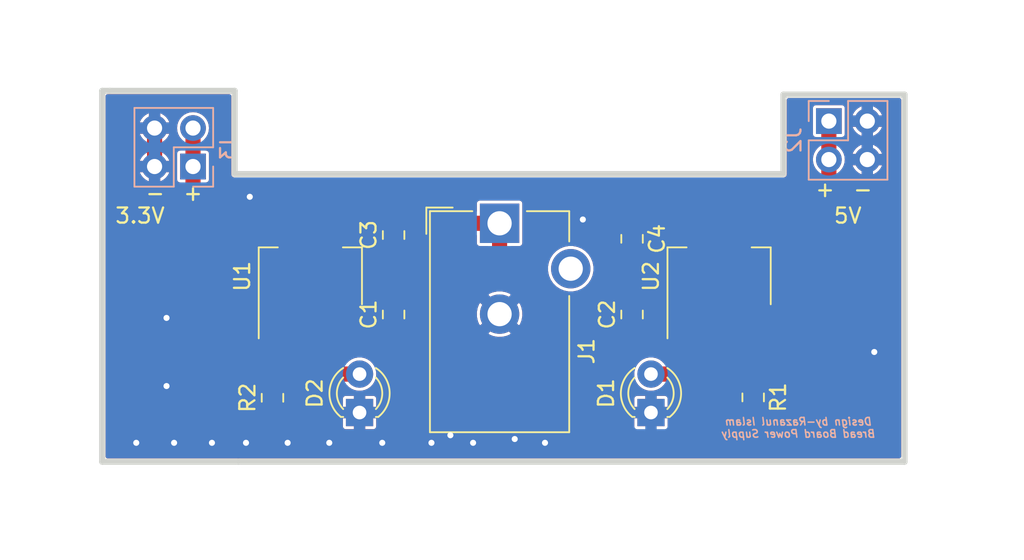
<source format=kicad_pcb>
(kicad_pcb (version 20171130) (host pcbnew "(5.1.4)-1")

  (general
    (thickness 1.6)
    (drawings 20)
    (tracks 70)
    (zones 0)
    (modules 13)
    (nets 7)
  )

  (page A4)
  (layers
    (0 F.Cu signal)
    (31 B.Cu signal)
    (32 B.Adhes user)
    (33 F.Adhes user)
    (34 B.Paste user)
    (35 F.Paste user)
    (36 B.SilkS user)
    (37 F.SilkS user)
    (38 B.Mask user)
    (39 F.Mask user)
    (40 Dwgs.User user)
    (41 Cmts.User user)
    (42 Eco1.User user)
    (43 Eco2.User user)
    (44 Edge.Cuts user)
    (45 Margin user)
    (46 B.CrtYd user)
    (47 F.CrtYd user)
    (48 B.Fab user)
    (49 F.Fab user)
  )

  (setup
    (last_trace_width 0.25)
    (trace_clearance 0.2)
    (zone_clearance 0.2)
    (zone_45_only no)
    (trace_min 0.2)
    (via_size 0.8)
    (via_drill 0.4)
    (via_min_size 0.4)
    (via_min_drill 0.3)
    (uvia_size 0.3)
    (uvia_drill 0.1)
    (uvias_allowed no)
    (uvia_min_size 0.2)
    (uvia_min_drill 0.1)
    (edge_width 0.05)
    (segment_width 0.2)
    (pcb_text_width 0.3)
    (pcb_text_size 1.5 1.5)
    (mod_edge_width 0.12)
    (mod_text_size 1 1)
    (mod_text_width 0.15)
    (pad_size 1.524 1.524)
    (pad_drill 0.762)
    (pad_to_mask_clearance 0.0762)
    (solder_mask_min_width 0.1016)
    (aux_axis_origin 0 0)
    (visible_elements 7FFFFFFF)
    (pcbplotparams
      (layerselection 0x010fc_ffffffff)
      (usegerberextensions false)
      (usegerberattributes false)
      (usegerberadvancedattributes false)
      (creategerberjobfile false)
      (excludeedgelayer true)
      (linewidth 0.100000)
      (plotframeref false)
      (viasonmask false)
      (mode 1)
      (useauxorigin false)
      (hpglpennumber 1)
      (hpglpenspeed 20)
      (hpglpendiameter 15.000000)
      (psnegative false)
      (psa4output false)
      (plotreference true)
      (plotvalue true)
      (plotinvisibletext false)
      (padsonsilk false)
      (subtractmaskfromsilk false)
      (outputformat 1)
      (mirror false)
      (drillshape 1)
      (scaleselection 1)
      (outputdirectory ""))
  )

  (net 0 "")
  (net 1 "Net-(C1-Pad1)")
  (net 2 GND)
  (net 3 "Net-(C3-Pad1)")
  (net 4 "Net-(C4-Pad1)")
  (net 5 "Net-(D1-Pad2)")
  (net 6 "Net-(D2-Pad2)")

  (net_class Default "This is the default net class."
    (clearance 0.2)
    (trace_width 0.25)
    (via_dia 0.8)
    (via_drill 0.4)
    (uvia_dia 0.3)
    (uvia_drill 0.1)
    (add_net GND)
    (add_net "Net-(C1-Pad1)")
    (add_net "Net-(C3-Pad1)")
    (add_net "Net-(C4-Pad1)")
    (add_net "Net-(D1-Pad2)")
    (add_net "Net-(D2-Pad2)")
  )

  (module Capacitor_SMD:C_0805_2012Metric_Pad1.15x1.40mm_HandSolder (layer F.Cu) (tedit 5B36C52B) (tstamp 5D9AB66D)
    (at 145 83.025 90)
    (descr "Capacitor SMD 0805 (2012 Metric), square (rectangular) end terminal, IPC_7351 nominal with elongated pad for handsoldering. (Body size source: https://docs.google.com/spreadsheets/d/1BsfQQcO9C6DZCsRaXUlFlo91Tg2WpOkGARC1WS5S8t0/edit?usp=sharing), generated with kicad-footprint-generator")
    (tags "capacitor handsolder")
    (path /5D9A7781)
    (attr smd)
    (fp_text reference C1 (at 0 -1.65 90) (layer F.SilkS)
      (effects (font (size 1 1) (thickness 0.15)))
    )
    (fp_text value 10uf (at 0 1.65 90) (layer F.Fab)
      (effects (font (size 1 1) (thickness 0.15)))
    )
    (fp_line (start -1 0.6) (end -1 -0.6) (layer F.Fab) (width 0.1))
    (fp_line (start -1 -0.6) (end 1 -0.6) (layer F.Fab) (width 0.1))
    (fp_line (start 1 -0.6) (end 1 0.6) (layer F.Fab) (width 0.1))
    (fp_line (start 1 0.6) (end -1 0.6) (layer F.Fab) (width 0.1))
    (fp_line (start -0.261252 -0.71) (end 0.261252 -0.71) (layer F.SilkS) (width 0.12))
    (fp_line (start -0.261252 0.71) (end 0.261252 0.71) (layer F.SilkS) (width 0.12))
    (fp_line (start -1.85 0.95) (end -1.85 -0.95) (layer F.CrtYd) (width 0.05))
    (fp_line (start -1.85 -0.95) (end 1.85 -0.95) (layer F.CrtYd) (width 0.05))
    (fp_line (start 1.85 -0.95) (end 1.85 0.95) (layer F.CrtYd) (width 0.05))
    (fp_line (start 1.85 0.95) (end -1.85 0.95) (layer F.CrtYd) (width 0.05))
    (fp_text user %R (at 0 0 90) (layer F.Fab)
      (effects (font (size 0.5 0.5) (thickness 0.08)))
    )
    (pad 1 smd roundrect (at -1.025 0 90) (size 1.15 1.4) (layers F.Cu F.Paste F.Mask) (roundrect_rratio 0.217391)
      (net 1 "Net-(C1-Pad1)"))
    (pad 2 smd roundrect (at 1.025 0 90) (size 1.15 1.4) (layers F.Cu F.Paste F.Mask) (roundrect_rratio 0.217391)
      (net 2 GND))
    (model ${KISYS3DMOD}/Capacitor_SMD.3dshapes/C_0805_2012Metric.wrl
      (at (xyz 0 0 0))
      (scale (xyz 1 1 1))
      (rotate (xyz 0 0 0))
    )
  )

  (module Capacitor_SMD:C_0805_2012Metric_Pad1.15x1.40mm_HandSolder (layer F.Cu) (tedit 5B36C52B) (tstamp 5D9AA6DB)
    (at 160.75 83.025 90)
    (descr "Capacitor SMD 0805 (2012 Metric), square (rectangular) end terminal, IPC_7351 nominal with elongated pad for handsoldering. (Body size source: https://docs.google.com/spreadsheets/d/1BsfQQcO9C6DZCsRaXUlFlo91Tg2WpOkGARC1WS5S8t0/edit?usp=sharing), generated with kicad-footprint-generator")
    (tags "capacitor handsolder")
    (path /5D9A8849)
    (attr smd)
    (fp_text reference C2 (at 0 -1.65 90) (layer F.SilkS)
      (effects (font (size 1 1) (thickness 0.15)))
    )
    (fp_text value 10uf (at 0 1.65 90) (layer F.Fab)
      (effects (font (size 1 1) (thickness 0.15)))
    )
    (fp_line (start -1 0.6) (end -1 -0.6) (layer F.Fab) (width 0.1))
    (fp_line (start -1 -0.6) (end 1 -0.6) (layer F.Fab) (width 0.1))
    (fp_line (start 1 -0.6) (end 1 0.6) (layer F.Fab) (width 0.1))
    (fp_line (start 1 0.6) (end -1 0.6) (layer F.Fab) (width 0.1))
    (fp_line (start -0.261252 -0.71) (end 0.261252 -0.71) (layer F.SilkS) (width 0.12))
    (fp_line (start -0.261252 0.71) (end 0.261252 0.71) (layer F.SilkS) (width 0.12))
    (fp_line (start -1.85 0.95) (end -1.85 -0.95) (layer F.CrtYd) (width 0.05))
    (fp_line (start -1.85 -0.95) (end 1.85 -0.95) (layer F.CrtYd) (width 0.05))
    (fp_line (start 1.85 -0.95) (end 1.85 0.95) (layer F.CrtYd) (width 0.05))
    (fp_line (start 1.85 0.95) (end -1.85 0.95) (layer F.CrtYd) (width 0.05))
    (fp_text user %R (at 0 0 90) (layer F.Fab)
      (effects (font (size 0.5 0.5) (thickness 0.08)))
    )
    (pad 1 smd roundrect (at -1.025 0 90) (size 1.15 1.4) (layers F.Cu F.Paste F.Mask) (roundrect_rratio 0.217391)
      (net 1 "Net-(C1-Pad1)"))
    (pad 2 smd roundrect (at 1.025 0 90) (size 1.15 1.4) (layers F.Cu F.Paste F.Mask) (roundrect_rratio 0.217391)
      (net 2 GND))
    (model ${KISYS3DMOD}/Capacitor_SMD.3dshapes/C_0805_2012Metric.wrl
      (at (xyz 0 0 0))
      (scale (xyz 1 1 1))
      (rotate (xyz 0 0 0))
    )
  )

  (module Capacitor_SMD:C_0805_2012Metric_Pad1.15x1.40mm_HandSolder (layer F.Cu) (tedit 5B36C52B) (tstamp 5D9AAB3D)
    (at 145 77.775 90)
    (descr "Capacitor SMD 0805 (2012 Metric), square (rectangular) end terminal, IPC_7351 nominal with elongated pad for handsoldering. (Body size source: https://docs.google.com/spreadsheets/d/1BsfQQcO9C6DZCsRaXUlFlo91Tg2WpOkGARC1WS5S8t0/edit?usp=sharing), generated with kicad-footprint-generator")
    (tags "capacitor handsolder")
    (path /5D9A7ED1)
    (attr smd)
    (fp_text reference C3 (at 0 -1.65 90) (layer F.SilkS)
      (effects (font (size 1 1) (thickness 0.15)))
    )
    (fp_text value 22uf (at 0 1.65 90) (layer F.Fab)
      (effects (font (size 1 1) (thickness 0.15)))
    )
    (fp_text user %R (at 0 0 90) (layer F.Fab)
      (effects (font (size 0.5 0.5) (thickness 0.08)))
    )
    (fp_line (start 1.85 0.95) (end -1.85 0.95) (layer F.CrtYd) (width 0.05))
    (fp_line (start 1.85 -0.95) (end 1.85 0.95) (layer F.CrtYd) (width 0.05))
    (fp_line (start -1.85 -0.95) (end 1.85 -0.95) (layer F.CrtYd) (width 0.05))
    (fp_line (start -1.85 0.95) (end -1.85 -0.95) (layer F.CrtYd) (width 0.05))
    (fp_line (start -0.261252 0.71) (end 0.261252 0.71) (layer F.SilkS) (width 0.12))
    (fp_line (start -0.261252 -0.71) (end 0.261252 -0.71) (layer F.SilkS) (width 0.12))
    (fp_line (start 1 0.6) (end -1 0.6) (layer F.Fab) (width 0.1))
    (fp_line (start 1 -0.6) (end 1 0.6) (layer F.Fab) (width 0.1))
    (fp_line (start -1 -0.6) (end 1 -0.6) (layer F.Fab) (width 0.1))
    (fp_line (start -1 0.6) (end -1 -0.6) (layer F.Fab) (width 0.1))
    (pad 2 smd roundrect (at 1.025 0 90) (size 1.15 1.4) (layers F.Cu F.Paste F.Mask) (roundrect_rratio 0.217391)
      (net 2 GND))
    (pad 1 smd roundrect (at -1.025 0 90) (size 1.15 1.4) (layers F.Cu F.Paste F.Mask) (roundrect_rratio 0.217391)
      (net 3 "Net-(C3-Pad1)"))
    (model ${KISYS3DMOD}/Capacitor_SMD.3dshapes/C_0805_2012Metric.wrl
      (at (xyz 0 0 0))
      (scale (xyz 1 1 1))
      (rotate (xyz 0 0 0))
    )
  )

  (module Capacitor_SMD:C_0805_2012Metric_Pad1.15x1.40mm_HandSolder (layer F.Cu) (tedit 5B36C52B) (tstamp 5D9AA6FD)
    (at 160.75 78.025 270)
    (descr "Capacitor SMD 0805 (2012 Metric), square (rectangular) end terminal, IPC_7351 nominal with elongated pad for handsoldering. (Body size source: https://docs.google.com/spreadsheets/d/1BsfQQcO9C6DZCsRaXUlFlo91Tg2WpOkGARC1WS5S8t0/edit?usp=sharing), generated with kicad-footprint-generator")
    (tags "capacitor handsolder")
    (path /5D9A8E38)
    (attr smd)
    (fp_text reference C4 (at 0 -1.65 90) (layer F.SilkS)
      (effects (font (size 1 1) (thickness 0.15)))
    )
    (fp_text value 22uf (at 0 1.65 90) (layer F.Fab)
      (effects (font (size 1 1) (thickness 0.15)))
    )
    (fp_text user %R (at 0 0 90) (layer F.Fab)
      (effects (font (size 0.5 0.5) (thickness 0.08)))
    )
    (fp_line (start 1.85 0.95) (end -1.85 0.95) (layer F.CrtYd) (width 0.05))
    (fp_line (start 1.85 -0.95) (end 1.85 0.95) (layer F.CrtYd) (width 0.05))
    (fp_line (start -1.85 -0.95) (end 1.85 -0.95) (layer F.CrtYd) (width 0.05))
    (fp_line (start -1.85 0.95) (end -1.85 -0.95) (layer F.CrtYd) (width 0.05))
    (fp_line (start -0.261252 0.71) (end 0.261252 0.71) (layer F.SilkS) (width 0.12))
    (fp_line (start -0.261252 -0.71) (end 0.261252 -0.71) (layer F.SilkS) (width 0.12))
    (fp_line (start 1 0.6) (end -1 0.6) (layer F.Fab) (width 0.1))
    (fp_line (start 1 -0.6) (end 1 0.6) (layer F.Fab) (width 0.1))
    (fp_line (start -1 -0.6) (end 1 -0.6) (layer F.Fab) (width 0.1))
    (fp_line (start -1 0.6) (end -1 -0.6) (layer F.Fab) (width 0.1))
    (pad 2 smd roundrect (at 1.025 0 270) (size 1.15 1.4) (layers F.Cu F.Paste F.Mask) (roundrect_rratio 0.217391)
      (net 2 GND))
    (pad 1 smd roundrect (at -1.025 0 270) (size 1.15 1.4) (layers F.Cu F.Paste F.Mask) (roundrect_rratio 0.217391)
      (net 4 "Net-(C4-Pad1)"))
    (model ${KISYS3DMOD}/Capacitor_SMD.3dshapes/C_0805_2012Metric.wrl
      (at (xyz 0 0 0))
      (scale (xyz 1 1 1))
      (rotate (xyz 0 0 0))
    )
  )

  (module LED_THT:LED_D3.0mm (layer F.Cu) (tedit 587A3A7B) (tstamp 5D9AA710)
    (at 162 89.5 90)
    (descr "LED, diameter 3.0mm, 2 pins")
    (tags "LED diameter 3.0mm 2 pins")
    (path /5D9AEA66)
    (fp_text reference D1 (at 1.27 -2.96 90) (layer F.SilkS)
      (effects (font (size 1 1) (thickness 0.15)))
    )
    (fp_text value LED_ALT (at 1.27 2.96 90) (layer F.Fab)
      (effects (font (size 1 1) (thickness 0.15)))
    )
    (fp_arc (start 1.27 0) (end -0.23 -1.16619) (angle 284.3) (layer F.Fab) (width 0.1))
    (fp_arc (start 1.27 0) (end -0.29 -1.235516) (angle 108.8) (layer F.SilkS) (width 0.12))
    (fp_arc (start 1.27 0) (end -0.29 1.235516) (angle -108.8) (layer F.SilkS) (width 0.12))
    (fp_arc (start 1.27 0) (end 0.229039 -1.08) (angle 87.9) (layer F.SilkS) (width 0.12))
    (fp_arc (start 1.27 0) (end 0.229039 1.08) (angle -87.9) (layer F.SilkS) (width 0.12))
    (fp_circle (center 1.27 0) (end 2.77 0) (layer F.Fab) (width 0.1))
    (fp_line (start -0.23 -1.16619) (end -0.23 1.16619) (layer F.Fab) (width 0.1))
    (fp_line (start -0.29 -1.236) (end -0.29 -1.08) (layer F.SilkS) (width 0.12))
    (fp_line (start -0.29 1.08) (end -0.29 1.236) (layer F.SilkS) (width 0.12))
    (fp_line (start -1.15 -2.25) (end -1.15 2.25) (layer F.CrtYd) (width 0.05))
    (fp_line (start -1.15 2.25) (end 3.7 2.25) (layer F.CrtYd) (width 0.05))
    (fp_line (start 3.7 2.25) (end 3.7 -2.25) (layer F.CrtYd) (width 0.05))
    (fp_line (start 3.7 -2.25) (end -1.15 -2.25) (layer F.CrtYd) (width 0.05))
    (pad 1 thru_hole rect (at 0 0 90) (size 1.8 1.8) (drill 0.9) (layers *.Cu *.Mask)
      (net 2 GND))
    (pad 2 thru_hole circle (at 2.54 0 90) (size 1.8 1.8) (drill 0.9) (layers *.Cu *.Mask)
      (net 5 "Net-(D1-Pad2)"))
    (model ${KISYS3DMOD}/LED_THT.3dshapes/LED_D3.0mm.wrl
      (at (xyz 0 0 0))
      (scale (xyz 1 1 1))
      (rotate (xyz 0 0 0))
    )
  )

  (module Connector_BarrelJack:BarrelJack_CUI_PJ-102AH_Horizontal (layer F.Cu) (tedit 5A1DBF38) (tstamp 5D9AA732)
    (at 152 77)
    (descr "Thin-pin DC Barrel Jack, https://cdn-shop.adafruit.com/datasheets/21mmdcjackDatasheet.pdf")
    (tags "Power Jack")
    (path /5D9A418B)
    (fp_text reference J1 (at 5.75 8.45 90) (layer F.SilkS)
      (effects (font (size 1 1) (thickness 0.15)))
    )
    (fp_text value Barrel_Jack (at -5.5 6.2 90) (layer F.Fab)
      (effects (font (size 1 1) (thickness 0.15)))
    )
    (fp_text user %R (at 0 6.5) (layer F.Fab)
      (effects (font (size 1 1) (thickness 0.15)))
    )
    (fp_line (start 1.8 -1.8) (end 1.8 -1.2) (layer F.CrtYd) (width 0.05))
    (fp_line (start 1.8 -1.2) (end 5 -1.2) (layer F.CrtYd) (width 0.05))
    (fp_line (start 5 -1.2) (end 5 1.2) (layer F.CrtYd) (width 0.05))
    (fp_line (start 5 1.2) (end 6.5 1.2) (layer F.CrtYd) (width 0.05))
    (fp_line (start 6.5 1.2) (end 6.5 4.8) (layer F.CrtYd) (width 0.05))
    (fp_line (start 6.5 4.8) (end 5 4.8) (layer F.CrtYd) (width 0.05))
    (fp_line (start 5 4.8) (end 5 14.2) (layer F.CrtYd) (width 0.05))
    (fp_line (start 5 14.2) (end -5 14.2) (layer F.CrtYd) (width 0.05))
    (fp_line (start -5 14.2) (end -5 -1.2) (layer F.CrtYd) (width 0.05))
    (fp_line (start -5 -1.2) (end -1.8 -1.2) (layer F.CrtYd) (width 0.05))
    (fp_line (start -1.8 -1.2) (end -1.8 -1.8) (layer F.CrtYd) (width 0.05))
    (fp_line (start -1.8 -1.8) (end 1.8 -1.8) (layer F.CrtYd) (width 0.05))
    (fp_line (start 4.6 4.8) (end 4.6 13.8) (layer F.SilkS) (width 0.12))
    (fp_line (start 4.6 13.8) (end -4.6 13.8) (layer F.SilkS) (width 0.12))
    (fp_line (start -4.6 13.8) (end -4.6 -0.8) (layer F.SilkS) (width 0.12))
    (fp_line (start -4.6 -0.8) (end -1.8 -0.8) (layer F.SilkS) (width 0.12))
    (fp_line (start 1.8 -0.8) (end 4.6 -0.8) (layer F.SilkS) (width 0.12))
    (fp_line (start 4.6 -0.8) (end 4.6 1.2) (layer F.SilkS) (width 0.12))
    (fp_line (start -4.84 0.7) (end -4.84 -1.04) (layer F.SilkS) (width 0.12))
    (fp_line (start -4.84 -1.04) (end -3.1 -1.04) (layer F.SilkS) (width 0.12))
    (fp_line (start 4.5 -0.7) (end 4.5 13.7) (layer F.Fab) (width 0.1))
    (fp_line (start 4.5 13.7) (end -4.5 13.7) (layer F.Fab) (width 0.1))
    (fp_line (start -4.5 13.7) (end -4.5 0.3) (layer F.Fab) (width 0.1))
    (fp_line (start -4.5 0.3) (end -3.5 -0.7) (layer F.Fab) (width 0.1))
    (fp_line (start -3.5 -0.7) (end 4.5 -0.7) (layer F.Fab) (width 0.1))
    (fp_line (start -4.5 10.2) (end 4.5 10.2) (layer F.Fab) (width 0.1))
    (pad 1 thru_hole rect (at 0 0) (size 2.6 2.6) (drill 1.6) (layers *.Cu *.Mask)
      (net 1 "Net-(C1-Pad1)"))
    (pad 2 thru_hole circle (at 0 6) (size 2.6 2.6) (drill 1.6) (layers *.Cu *.Mask)
      (net 2 GND))
    (pad 3 thru_hole circle (at 4.7 3) (size 2.6 2.6) (drill 1.6) (layers *.Cu *.Mask))
    (model ${KISYS3DMOD}/Connector_BarrelJack.3dshapes/BarrelJack_CUI_PJ-102AH_Horizontal.wrl
      (at (xyz 0 0 0))
      (scale (xyz 1 1 1))
      (rotate (xyz 0 0 0))
    )
  )

  (module Connector_PinHeader_2.54mm:PinHeader_2x02_P2.54mm_Vertical locked (layer B.Cu) (tedit 59FED5CC) (tstamp 5D9AB88A)
    (at 173.75 70.25 270)
    (descr "Through hole straight pin header, 2x02, 2.54mm pitch, double rows")
    (tags "Through hole pin header THT 2x02 2.54mm double row")
    (path /5D9B2536)
    (fp_text reference J2 (at 1.27 2.33 270) (layer B.SilkS)
      (effects (font (size 1 1) (thickness 0.15)) (justify mirror))
    )
    (fp_text value Conn_02x02_Odd_Even (at 1.27 -4.87 270) (layer B.Fab)
      (effects (font (size 1 1) (thickness 0.15)) (justify mirror))
    )
    (fp_text user %R (at 1.27 -1.27) (layer B.Fab)
      (effects (font (size 1 1) (thickness 0.15)) (justify mirror))
    )
    (fp_line (start 4.35 1.8) (end -1.8 1.8) (layer B.CrtYd) (width 0.05))
    (fp_line (start 4.35 -4.35) (end 4.35 1.8) (layer B.CrtYd) (width 0.05))
    (fp_line (start -1.8 -4.35) (end 4.35 -4.35) (layer B.CrtYd) (width 0.05))
    (fp_line (start -1.8 1.8) (end -1.8 -4.35) (layer B.CrtYd) (width 0.05))
    (fp_line (start -1.33 1.33) (end 0 1.33) (layer B.SilkS) (width 0.12))
    (fp_line (start -1.33 0) (end -1.33 1.33) (layer B.SilkS) (width 0.12))
    (fp_line (start 1.27 1.33) (end 3.87 1.33) (layer B.SilkS) (width 0.12))
    (fp_line (start 1.27 -1.27) (end 1.27 1.33) (layer B.SilkS) (width 0.12))
    (fp_line (start -1.33 -1.27) (end 1.27 -1.27) (layer B.SilkS) (width 0.12))
    (fp_line (start 3.87 1.33) (end 3.87 -3.87) (layer B.SilkS) (width 0.12))
    (fp_line (start -1.33 -1.27) (end -1.33 -3.87) (layer B.SilkS) (width 0.12))
    (fp_line (start -1.33 -3.87) (end 3.87 -3.87) (layer B.SilkS) (width 0.12))
    (fp_line (start -1.27 0) (end 0 1.27) (layer B.Fab) (width 0.1))
    (fp_line (start -1.27 -3.81) (end -1.27 0) (layer B.Fab) (width 0.1))
    (fp_line (start 3.81 -3.81) (end -1.27 -3.81) (layer B.Fab) (width 0.1))
    (fp_line (start 3.81 1.27) (end 3.81 -3.81) (layer B.Fab) (width 0.1))
    (fp_line (start 0 1.27) (end 3.81 1.27) (layer B.Fab) (width 0.1))
    (pad 4 thru_hole oval (at 2.54 -2.54 270) (size 1.7 1.7) (drill 1) (layers *.Cu *.Mask)
      (net 2 GND))
    (pad 3 thru_hole oval (at 0 -2.54 270) (size 1.7 1.7) (drill 1) (layers *.Cu *.Mask)
      (net 2 GND))
    (pad 2 thru_hole oval (at 2.54 0 270) (size 1.7 1.7) (drill 1) (layers *.Cu *.Mask)
      (net 4 "Net-(C4-Pad1)"))
    (pad 1 thru_hole rect (at 0 0 270) (size 1.7 1.7) (drill 1) (layers *.Cu *.Mask)
      (net 4 "Net-(C4-Pad1)"))
    (model ${KISYS3DMOD}/Connector_PinHeader_2.54mm.3dshapes/PinHeader_2x02_P2.54mm_Vertical.wrl
      (at (xyz 0 0 0))
      (scale (xyz 1 1 1))
      (rotate (xyz 0 0 0))
    )
  )

  (module Connector_PinHeader_2.54mm:PinHeader_2x02_P2.54mm_Vertical locked (layer B.Cu) (tedit 59FED5CC) (tstamp 5D9AAF40)
    (at 131.75 73.25 90)
    (descr "Through hole straight pin header, 2x02, 2.54mm pitch, double rows")
    (tags "Through hole pin header THT 2x02 2.54mm double row")
    (path /5D9B1DF7)
    (fp_text reference J3 (at 1.27 2.33 90) (layer B.SilkS)
      (effects (font (size 1 1) (thickness 0.15)) (justify mirror))
    )
    (fp_text value Conn_02x02_Odd_Even (at 1.27 -4.87 90) (layer B.Fab)
      (effects (font (size 1 1) (thickness 0.15)) (justify mirror))
    )
    (fp_line (start 0 1.27) (end 3.81 1.27) (layer B.Fab) (width 0.1))
    (fp_line (start 3.81 1.27) (end 3.81 -3.81) (layer B.Fab) (width 0.1))
    (fp_line (start 3.81 -3.81) (end -1.27 -3.81) (layer B.Fab) (width 0.1))
    (fp_line (start -1.27 -3.81) (end -1.27 0) (layer B.Fab) (width 0.1))
    (fp_line (start -1.27 0) (end 0 1.27) (layer B.Fab) (width 0.1))
    (fp_line (start -1.33 -3.87) (end 3.87 -3.87) (layer B.SilkS) (width 0.12))
    (fp_line (start -1.33 -1.27) (end -1.33 -3.87) (layer B.SilkS) (width 0.12))
    (fp_line (start 3.87 1.33) (end 3.87 -3.87) (layer B.SilkS) (width 0.12))
    (fp_line (start -1.33 -1.27) (end 1.27 -1.27) (layer B.SilkS) (width 0.12))
    (fp_line (start 1.27 -1.27) (end 1.27 1.33) (layer B.SilkS) (width 0.12))
    (fp_line (start 1.27 1.33) (end 3.87 1.33) (layer B.SilkS) (width 0.12))
    (fp_line (start -1.33 0) (end -1.33 1.33) (layer B.SilkS) (width 0.12))
    (fp_line (start -1.33 1.33) (end 0 1.33) (layer B.SilkS) (width 0.12))
    (fp_line (start -1.8 1.8) (end -1.8 -4.35) (layer B.CrtYd) (width 0.05))
    (fp_line (start -1.8 -4.35) (end 4.35 -4.35) (layer B.CrtYd) (width 0.05))
    (fp_line (start 4.35 -4.35) (end 4.35 1.8) (layer B.CrtYd) (width 0.05))
    (fp_line (start 4.35 1.8) (end -1.8 1.8) (layer B.CrtYd) (width 0.05))
    (fp_text user %R (at 1.27 -1.27 180) (layer B.Fab)
      (effects (font (size 1 1) (thickness 0.15)) (justify mirror))
    )
    (pad 1 thru_hole rect (at 0 0 90) (size 1.7 1.7) (drill 1) (layers *.Cu *.Mask)
      (net 3 "Net-(C3-Pad1)"))
    (pad 2 thru_hole oval (at 2.54 0 90) (size 1.7 1.7) (drill 1) (layers *.Cu *.Mask)
      (net 3 "Net-(C3-Pad1)"))
    (pad 3 thru_hole oval (at 0 -2.54 90) (size 1.7 1.7) (drill 1) (layers *.Cu *.Mask)
      (net 2 GND))
    (pad 4 thru_hole oval (at 2.54 -2.54 90) (size 1.7 1.7) (drill 1) (layers *.Cu *.Mask)
      (net 2 GND))
    (model ${KISYS3DMOD}/Connector_PinHeader_2.54mm.3dshapes/PinHeader_2x02_P2.54mm_Vertical.wrl
      (at (xyz 0 0 0))
      (scale (xyz 1 1 1))
      (rotate (xyz 0 0 0))
    )
  )

  (module Resistor_SMD:R_0805_2012Metric_Pad1.15x1.40mm_HandSolder (layer F.Cu) (tedit 5B36C52B) (tstamp 5D9AA777)
    (at 168.75 88.5 270)
    (descr "Resistor SMD 0805 (2012 Metric), square (rectangular) end terminal, IPC_7351 nominal with elongated pad for handsoldering. (Body size source: https://docs.google.com/spreadsheets/d/1BsfQQcO9C6DZCsRaXUlFlo91Tg2WpOkGARC1WS5S8t0/edit?usp=sharing), generated with kicad-footprint-generator")
    (tags "resistor handsolder")
    (path /5D9AF435)
    (attr smd)
    (fp_text reference R1 (at 0 -1.65 90) (layer F.SilkS)
      (effects (font (size 1 1) (thickness 0.15)))
    )
    (fp_text value 1K (at 0 1.65 90) (layer F.Fab)
      (effects (font (size 1 1) (thickness 0.15)))
    )
    (fp_line (start -1 0.6) (end -1 -0.6) (layer F.Fab) (width 0.1))
    (fp_line (start -1 -0.6) (end 1 -0.6) (layer F.Fab) (width 0.1))
    (fp_line (start 1 -0.6) (end 1 0.6) (layer F.Fab) (width 0.1))
    (fp_line (start 1 0.6) (end -1 0.6) (layer F.Fab) (width 0.1))
    (fp_line (start -0.261252 -0.71) (end 0.261252 -0.71) (layer F.SilkS) (width 0.12))
    (fp_line (start -0.261252 0.71) (end 0.261252 0.71) (layer F.SilkS) (width 0.12))
    (fp_line (start -1.85 0.95) (end -1.85 -0.95) (layer F.CrtYd) (width 0.05))
    (fp_line (start -1.85 -0.95) (end 1.85 -0.95) (layer F.CrtYd) (width 0.05))
    (fp_line (start 1.85 -0.95) (end 1.85 0.95) (layer F.CrtYd) (width 0.05))
    (fp_line (start 1.85 0.95) (end -1.85 0.95) (layer F.CrtYd) (width 0.05))
    (fp_text user %R (at 0 0 90) (layer F.Fab)
      (effects (font (size 0.5 0.5) (thickness 0.08)))
    )
    (pad 1 smd roundrect (at -1.025 0 270) (size 1.15 1.4) (layers F.Cu F.Paste F.Mask) (roundrect_rratio 0.217391)
      (net 4 "Net-(C4-Pad1)"))
    (pad 2 smd roundrect (at 1.025 0 270) (size 1.15 1.4) (layers F.Cu F.Paste F.Mask) (roundrect_rratio 0.217391)
      (net 5 "Net-(D1-Pad2)"))
    (model ${KISYS3DMOD}/Resistor_SMD.3dshapes/R_0805_2012Metric.wrl
      (at (xyz 0 0 0))
      (scale (xyz 1 1 1))
      (rotate (xyz 0 0 0))
    )
  )

  (module Package_TO_SOT_SMD:SOT-223-3_TabPin2 (layer F.Cu) (tedit 5A02FF57) (tstamp 5D9AA78D)
    (at 139.5 80.5 90)
    (descr "module CMS SOT223 4 pins")
    (tags "CMS SOT")
    (path /5D9A5065)
    (attr smd)
    (fp_text reference U1 (at 0 -4.5 90) (layer F.SilkS)
      (effects (font (size 1 1) (thickness 0.15)))
    )
    (fp_text value AZ1117-3.3 (at 0 4.5 90) (layer F.Fab)
      (effects (font (size 1 1) (thickness 0.15)))
    )
    (fp_text user %R (at 0 0) (layer F.Fab)
      (effects (font (size 0.8 0.8) (thickness 0.12)))
    )
    (fp_line (start 1.91 3.41) (end 1.91 2.15) (layer F.SilkS) (width 0.12))
    (fp_line (start 1.91 -3.41) (end 1.91 -2.15) (layer F.SilkS) (width 0.12))
    (fp_line (start 4.4 -3.6) (end -4.4 -3.6) (layer F.CrtYd) (width 0.05))
    (fp_line (start 4.4 3.6) (end 4.4 -3.6) (layer F.CrtYd) (width 0.05))
    (fp_line (start -4.4 3.6) (end 4.4 3.6) (layer F.CrtYd) (width 0.05))
    (fp_line (start -4.4 -3.6) (end -4.4 3.6) (layer F.CrtYd) (width 0.05))
    (fp_line (start -1.85 -2.35) (end -0.85 -3.35) (layer F.Fab) (width 0.1))
    (fp_line (start -1.85 -2.35) (end -1.85 3.35) (layer F.Fab) (width 0.1))
    (fp_line (start -1.85 3.41) (end 1.91 3.41) (layer F.SilkS) (width 0.12))
    (fp_line (start -0.85 -3.35) (end 1.85 -3.35) (layer F.Fab) (width 0.1))
    (fp_line (start -4.1 -3.41) (end 1.91 -3.41) (layer F.SilkS) (width 0.12))
    (fp_line (start -1.85 3.35) (end 1.85 3.35) (layer F.Fab) (width 0.1))
    (fp_line (start 1.85 -3.35) (end 1.85 3.35) (layer F.Fab) (width 0.1))
    (pad 2 smd rect (at 3.15 0 90) (size 2 3.8) (layers F.Cu F.Paste F.Mask)
      (net 3 "Net-(C3-Pad1)"))
    (pad 2 smd rect (at -3.15 0 90) (size 2 1.5) (layers F.Cu F.Paste F.Mask)
      (net 3 "Net-(C3-Pad1)"))
    (pad 3 smd rect (at -3.15 2.3 90) (size 2 1.5) (layers F.Cu F.Paste F.Mask)
      (net 1 "Net-(C1-Pad1)"))
    (pad 1 smd rect (at -3.15 -2.3 90) (size 2 1.5) (layers F.Cu F.Paste F.Mask)
      (net 2 GND))
    (model ${KISYS3DMOD}/Package_TO_SOT_SMD.3dshapes/SOT-223.wrl
      (at (xyz 0 0 0))
      (scale (xyz 1 1 1))
      (rotate (xyz 0 0 0))
    )
  )

  (module Package_TO_SOT_SMD:SOT-223-3_TabPin2 (layer F.Cu) (tedit 5A02FF57) (tstamp 5D9AA7A3)
    (at 166.5 80.5 90)
    (descr "module CMS SOT223 4 pins")
    (tags "CMS SOT")
    (path /5D9A5DD6)
    (attr smd)
    (fp_text reference U2 (at 0 -4.5 90) (layer F.SilkS)
      (effects (font (size 1 1) (thickness 0.15)))
    )
    (fp_text value AZ1117-5.0 (at 0 4.5 90) (layer F.Fab)
      (effects (font (size 1 1) (thickness 0.15)))
    )
    (fp_line (start 1.85 -3.35) (end 1.85 3.35) (layer F.Fab) (width 0.1))
    (fp_line (start -1.85 3.35) (end 1.85 3.35) (layer F.Fab) (width 0.1))
    (fp_line (start -4.1 -3.41) (end 1.91 -3.41) (layer F.SilkS) (width 0.12))
    (fp_line (start -0.85 -3.35) (end 1.85 -3.35) (layer F.Fab) (width 0.1))
    (fp_line (start -1.85 3.41) (end 1.91 3.41) (layer F.SilkS) (width 0.12))
    (fp_line (start -1.85 -2.35) (end -1.85 3.35) (layer F.Fab) (width 0.1))
    (fp_line (start -1.85 -2.35) (end -0.85 -3.35) (layer F.Fab) (width 0.1))
    (fp_line (start -4.4 -3.6) (end -4.4 3.6) (layer F.CrtYd) (width 0.05))
    (fp_line (start -4.4 3.6) (end 4.4 3.6) (layer F.CrtYd) (width 0.05))
    (fp_line (start 4.4 3.6) (end 4.4 -3.6) (layer F.CrtYd) (width 0.05))
    (fp_line (start 4.4 -3.6) (end -4.4 -3.6) (layer F.CrtYd) (width 0.05))
    (fp_line (start 1.91 -3.41) (end 1.91 -2.15) (layer F.SilkS) (width 0.12))
    (fp_line (start 1.91 3.41) (end 1.91 2.15) (layer F.SilkS) (width 0.12))
    (fp_text user %R (at 0 0) (layer F.Fab)
      (effects (font (size 0.8 0.8) (thickness 0.12)))
    )
    (pad 1 smd rect (at -3.15 -2.3 90) (size 2 1.5) (layers F.Cu F.Paste F.Mask)
      (net 2 GND))
    (pad 3 smd rect (at -3.15 2.3 90) (size 2 1.5) (layers F.Cu F.Paste F.Mask)
      (net 1 "Net-(C1-Pad1)"))
    (pad 2 smd rect (at -3.15 0 90) (size 2 1.5) (layers F.Cu F.Paste F.Mask)
      (net 4 "Net-(C4-Pad1)"))
    (pad 2 smd rect (at 3.15 0 90) (size 2 3.8) (layers F.Cu F.Paste F.Mask)
      (net 4 "Net-(C4-Pad1)"))
    (model ${KISYS3DMOD}/Package_TO_SOT_SMD.3dshapes/SOT-223.wrl
      (at (xyz 0 0 0))
      (scale (xyz 1 1 1))
      (rotate (xyz 0 0 0))
    )
  )

  (module LED_THT:LED_D3.0mm (layer F.Cu) (tedit 587A3A7B) (tstamp 5D9ABB71)
    (at 142.75 89.5 90)
    (descr "LED, diameter 3.0mm, 2 pins")
    (tags "LED diameter 3.0mm 2 pins")
    (path /5D9CE52D)
    (fp_text reference D2 (at 1.27 -2.96 90) (layer F.SilkS)
      (effects (font (size 1 1) (thickness 0.15)))
    )
    (fp_text value LED_ALT (at 1.27 2.96 90) (layer F.Fab)
      (effects (font (size 1 1) (thickness 0.15)))
    )
    (fp_arc (start 1.27 0) (end -0.23 -1.16619) (angle 284.3) (layer F.Fab) (width 0.1))
    (fp_arc (start 1.27 0) (end -0.29 -1.235516) (angle 108.8) (layer F.SilkS) (width 0.12))
    (fp_arc (start 1.27 0) (end -0.29 1.235516) (angle -108.8) (layer F.SilkS) (width 0.12))
    (fp_arc (start 1.27 0) (end 0.229039 -1.08) (angle 87.9) (layer F.SilkS) (width 0.12))
    (fp_arc (start 1.27 0) (end 0.229039 1.08) (angle -87.9) (layer F.SilkS) (width 0.12))
    (fp_circle (center 1.27 0) (end 2.77 0) (layer F.Fab) (width 0.1))
    (fp_line (start -0.23 -1.16619) (end -0.23 1.16619) (layer F.Fab) (width 0.1))
    (fp_line (start -0.29 -1.236) (end -0.29 -1.08) (layer F.SilkS) (width 0.12))
    (fp_line (start -0.29 1.08) (end -0.29 1.236) (layer F.SilkS) (width 0.12))
    (fp_line (start -1.15 -2.25) (end -1.15 2.25) (layer F.CrtYd) (width 0.05))
    (fp_line (start -1.15 2.25) (end 3.7 2.25) (layer F.CrtYd) (width 0.05))
    (fp_line (start 3.7 2.25) (end 3.7 -2.25) (layer F.CrtYd) (width 0.05))
    (fp_line (start 3.7 -2.25) (end -1.15 -2.25) (layer F.CrtYd) (width 0.05))
    (pad 1 thru_hole rect (at 0 0 90) (size 1.8 1.8) (drill 0.9) (layers *.Cu *.Mask)
      (net 2 GND))
    (pad 2 thru_hole circle (at 2.54 0 90) (size 1.8 1.8) (drill 0.9) (layers *.Cu *.Mask)
      (net 6 "Net-(D2-Pad2)"))
    (model ${KISYS3DMOD}/LED_THT.3dshapes/LED_D3.0mm.wrl
      (at (xyz 0 0 0))
      (scale (xyz 1 1 1))
      (rotate (xyz 0 0 0))
    )
  )

  (module Resistor_SMD:R_0805_2012Metric_Pad1.15x1.40mm_HandSolder (layer F.Cu) (tedit 5B36C52B) (tstamp 5D9ABC75)
    (at 137 88.525 90)
    (descr "Resistor SMD 0805 (2012 Metric), square (rectangular) end terminal, IPC_7351 nominal with elongated pad for handsoldering. (Body size source: https://docs.google.com/spreadsheets/d/1BsfQQcO9C6DZCsRaXUlFlo91Tg2WpOkGARC1WS5S8t0/edit?usp=sharing), generated with kicad-footprint-generator")
    (tags "resistor handsolder")
    (path /5D9CDA3F)
    (attr smd)
    (fp_text reference R2 (at 0 -1.65 90) (layer F.SilkS)
      (effects (font (size 1 1) (thickness 0.15)))
    )
    (fp_text value 1K (at 0 1.65 90) (layer F.Fab)
      (effects (font (size 1 1) (thickness 0.15)))
    )
    (fp_line (start -1 0.6) (end -1 -0.6) (layer F.Fab) (width 0.1))
    (fp_line (start -1 -0.6) (end 1 -0.6) (layer F.Fab) (width 0.1))
    (fp_line (start 1 -0.6) (end 1 0.6) (layer F.Fab) (width 0.1))
    (fp_line (start 1 0.6) (end -1 0.6) (layer F.Fab) (width 0.1))
    (fp_line (start -0.261252 -0.71) (end 0.261252 -0.71) (layer F.SilkS) (width 0.12))
    (fp_line (start -0.261252 0.71) (end 0.261252 0.71) (layer F.SilkS) (width 0.12))
    (fp_line (start -1.85 0.95) (end -1.85 -0.95) (layer F.CrtYd) (width 0.05))
    (fp_line (start -1.85 -0.95) (end 1.85 -0.95) (layer F.CrtYd) (width 0.05))
    (fp_line (start 1.85 -0.95) (end 1.85 0.95) (layer F.CrtYd) (width 0.05))
    (fp_line (start 1.85 0.95) (end -1.85 0.95) (layer F.CrtYd) (width 0.05))
    (fp_text user %R (at 0 0 90) (layer F.Fab)
      (effects (font (size 0.5 0.5) (thickness 0.08)))
    )
    (pad 1 smd roundrect (at -1.025 0 90) (size 1.15 1.4) (layers F.Cu F.Paste F.Mask) (roundrect_rratio 0.217391)
      (net 6 "Net-(D2-Pad2)"))
    (pad 2 smd roundrect (at 1.025 0 90) (size 1.15 1.4) (layers F.Cu F.Paste F.Mask) (roundrect_rratio 0.217391)
      (net 3 "Net-(C3-Pad1)"))
    (model ${KISYS3DMOD}/Resistor_SMD.3dshapes/R_0805_2012Metric.wrl
      (at (xyz 0 0 0))
      (scale (xyz 1 1 1))
      (rotate (xyz 0 0 0))
    )
  )

  (gr_text "Design by-Razanul Islam\nBread Board Power Supply" (at 171.75 90.5) (layer B.SilkS)
    (effects (font (size 0.5 0.5) (thickness 0.1) italic) (justify mirror))
  )
  (dimension 53.00059 (width 0.15) (layer Dwgs.User)
    (gr_text "2.0866 in" (at 152.225 97.924897 359.7297389) (layer Dwgs.User)
      (effects (font (size 1 1) (thickness 0.15)))
    )
    (feature1 (pts (xy 178.75 92.75) (xy 178.728366 97.336325)))
    (feature2 (pts (xy 125.75 92.5) (xy 125.728366 97.086325)))
    (crossbar (pts (xy 125.731132 96.499911) (xy 178.731132 96.749911)))
    (arrow1a (pts (xy 178.731132 96.749911) (xy 177.601875 97.331012)))
    (arrow1b (pts (xy 178.731132 96.749911) (xy 177.607407 96.158183)))
    (arrow2a (pts (xy 125.731132 96.499911) (xy 126.854857 97.091639)))
    (arrow2b (pts (xy 125.731132 96.499911) (xy 126.860389 95.91881)))
  )
  (dimension 24.25 (width 0.15) (layer Dwgs.User)
    (gr_text "0.9547 in" (at 185.3 80.625 270) (layer Dwgs.User)
      (effects (font (size 1 1) (thickness 0.15)))
    )
    (feature1 (pts (xy 178.75 92.75) (xy 184.586421 92.75)))
    (feature2 (pts (xy 178.75 68.5) (xy 184.586421 68.5)))
    (crossbar (pts (xy 184 68.5) (xy 184 92.75)))
    (arrow1a (pts (xy 184 92.75) (xy 183.413579 91.623496)))
    (arrow1b (pts (xy 184 92.75) (xy 184.586421 91.623496)))
    (arrow2a (pts (xy 184 68.5) (xy 183.413579 69.626504)))
    (arrow2b (pts (xy 184 68.5) (xy 184.586421 69.626504)))
  )
  (gr_text - (at 176 74.75) (layer F.SilkS)
    (effects (font (size 1 1) (thickness 0.15)))
  )
  (gr_text + (at 173.5 74.75) (layer F.SilkS)
    (effects (font (size 1 1) (thickness 0.15)))
  )
  (gr_text + (at 131.75 75) (layer F.SilkS)
    (effects (font (size 1 1) (thickness 0.15)))
  )
  (gr_text - (at 129.25 75) (layer F.SilkS)
    (effects (font (size 1 1) (thickness 0.15)))
  )
  (gr_text 3.3V (at 128.25 76.5) (layer F.SilkS)
    (effects (font (size 1 1) (thickness 0.15)))
  )
  (gr_text 5V (at 175 76.5) (layer F.SilkS)
    (effects (font (size 1 1) (thickness 0.15)))
  )
  (gr_line (start 125.75 68.25) (end 126.25 68.25) (layer Edge.Cuts) (width 0.4) (tstamp 5D9ABAB6))
  (gr_line (start 125.75 92.75) (end 125.75 68.25) (layer Edge.Cuts) (width 0.4))
  (gr_line (start 134.75 92.75) (end 125.75 92.75) (layer Edge.Cuts) (width 0.4))
  (gr_line (start 178.75 92.75) (end 134.75 92.75) (layer Edge.Cuts) (width 0.4))
  (gr_line (start 178.75 68.5) (end 178.75 92.75) (layer Edge.Cuts) (width 0.4))
  (gr_line (start 170.75 68.5) (end 178.75 68.5) (layer Edge.Cuts) (width 0.4))
  (gr_line (start 170.75 73.75) (end 170.75 68.5) (layer Edge.Cuts) (width 0.4))
  (gr_line (start 134.5 73.75) (end 170.75 73.75) (layer Edge.Cuts) (width 0.4))
  (gr_line (start 134.5 68.25) (end 134.5 73.75) (layer Edge.Cuts) (width 0.4))
  (gr_line (start 126.25 68.25) (end 134.5 68.25) (layer Edge.Cuts) (width 0.4))
  (dimension 42 (width 0.15) (layer Dwgs.User)
    (gr_text "42.000 mm" (at 152.75 66.95) (layer Dwgs.User)
      (effects (font (size 1 1) (thickness 0.15)))
    )
    (feature1 (pts (xy 173.75 74.25) (xy 173.75 67.663579)))
    (feature2 (pts (xy 131.75 74.25) (xy 131.75 67.663579)))
    (crossbar (pts (xy 131.75 68.25) (xy 173.75 68.25)))
    (arrow1a (pts (xy 173.75 68.25) (xy 172.623496 68.836421)))
    (arrow1b (pts (xy 173.75 68.25) (xy 172.623496 67.663579)))
    (arrow2a (pts (xy 131.75 68.25) (xy 132.876504 68.836421)))
    (arrow2b (pts (xy 131.75 68.25) (xy 132.876504 67.663579)))
  )

  (segment (start 141.8 83.65) (end 142.9 83.65) (width 1) (layer F.Cu) (net 1))
  (segment (start 143.3 84.05) (end 145 84.05) (width 1) (layer F.Cu) (net 1))
  (segment (start 142.9 83.65) (end 143.3 84.05) (width 1) (layer F.Cu) (net 1))
  (segment (start 149.7 77) (end 152 77) (width 1) (layer F.Cu) (net 1))
  (segment (start 148.5 78.2) (end 149.7 77) (width 1) (layer F.Cu) (net 1))
  (segment (start 148.5 81.35) (end 148.5 78.2) (width 1) (layer F.Cu) (net 1))
  (segment (start 145.8 84.05) (end 148.5 81.35) (width 1) (layer F.Cu) (net 1))
  (segment (start 145 84.05) (end 145.8 84.05) (width 1) (layer F.Cu) (net 1))
  (segment (start 159.95 84.05) (end 160.75 84.05) (width 1) (layer F.Cu) (net 1))
  (segment (start 156.75 84.05) (end 159.95 84.05) (width 1) (layer F.Cu) (net 1))
  (segment (start 152 79.3) (end 156.75 84.05) (width 1) (layer F.Cu) (net 1))
  (segment (start 152 77) (end 152 79.3) (width 1) (layer F.Cu) (net 1))
  (segment (start 156.75 84.05) (end 156.75 88.5) (width 1) (layer F.Cu) (net 1))
  (segment (start 156.75 88.5) (end 156.75 89.75) (width 1) (layer F.Cu) (net 1))
  (segment (start 156.75 89.75) (end 158.25 91.25) (width 1) (layer F.Cu) (net 1))
  (segment (start 158.25 91.25) (end 170.25 91.25) (width 1) (layer F.Cu) (net 1))
  (segment (start 170.25 91.25) (end 171.5 90) (width 1) (layer F.Cu) (net 1))
  (segment (start 168.8 84.9) (end 168.8 83.65) (width 0.25) (layer F.Cu) (net 1))
  (segment (start 171.5 87.6) (end 168.8 84.9) (width 1) (layer F.Cu) (net 1))
  (segment (start 171.5 90) (end 171.5 87.6) (width 1) (layer F.Cu) (net 1))
  (segment (start 129.21 70.71) (end 129.21 73.25) (width 1) (layer F.Cu) (net 2))
  (via (at 148.75 91) (size 0.8) (drill 0.4) (layers F.Cu B.Cu) (net 2))
  (via (at 176.75 85.5) (size 0.8) (drill 0.4) (layers F.Cu B.Cu) (net 2))
  (via (at 157.5 76.75) (size 0.8) (drill 0.4) (layers F.Cu B.Cu) (net 2))
  (via (at 135.5 75.25) (size 0.8) (drill 0.4) (layers F.Cu B.Cu) (net 2))
  (via (at 130 83.25) (size 0.8) (drill 0.4) (layers F.Cu B.Cu) (net 2))
  (via (at 130 87.75) (size 0.8) (drill 0.4) (layers F.Cu B.Cu) (net 2))
  (via (at 128 91.5) (size 0.8) (drill 0.4) (layers F.Cu B.Cu) (net 2))
  (via (at 130.5 91.5) (size 0.8) (drill 0.4) (layers F.Cu B.Cu) (net 2))
  (via (at 133 91.5) (size 0.8) (drill 0.4) (layers F.Cu B.Cu) (net 2))
  (via (at 135.25 91.5) (size 0.8) (drill 0.4) (layers F.Cu B.Cu) (net 2))
  (via (at 138 91.5) (size 0.8) (drill 0.4) (layers F.Cu B.Cu) (net 2))
  (via (at 140.75 91.5) (size 0.8) (drill 0.4) (layers F.Cu B.Cu) (net 2))
  (via (at 144.25 91.5) (size 0.8) (drill 0.4) (layers F.Cu B.Cu) (net 2))
  (via (at 147.5 91.5) (size 0.8) (drill 0.4) (layers F.Cu B.Cu) (net 2))
  (via (at 150.25 91.5) (size 0.8) (drill 0.4) (layers F.Cu B.Cu) (net 2))
  (via (at 153 91.25) (size 0.8) (drill 0.4) (layers F.Cu B.Cu) (net 2))
  (via (at 155 91.5) (size 0.8) (drill 0.4) (layers F.Cu B.Cu) (net 2))
  (segment (start 131.75 70.71) (end 131.75 73.25) (width 1) (layer F.Cu) (net 3))
  (segment (start 136.6 77.35) (end 139.5 77.35) (width 1) (layer F.Cu) (net 3))
  (segment (start 134 77.35) (end 136.6 77.35) (width 1) (layer F.Cu) (net 3))
  (segment (start 131.75 75.1) (end 134 77.35) (width 1) (layer F.Cu) (net 3))
  (segment (start 131.75 73.25) (end 131.75 75.1) (width 1) (layer F.Cu) (net 3))
  (segment (start 139.5 77.35) (end 139.5 83.65) (width 1) (layer F.Cu) (net 3))
  (segment (start 139.5 77.35) (end 142.6 77.35) (width 1) (layer F.Cu) (net 3))
  (segment (start 144.05 78.8) (end 145 78.8) (width 1) (layer F.Cu) (net 3))
  (segment (start 142.6 77.35) (end 144.05 78.8) (width 1) (layer F.Cu) (net 3))
  (segment (start 139.5 83.65) (end 139.5 85) (width 1) (layer F.Cu) (net 3))
  (segment (start 139.5 85) (end 137 87.5) (width 1) (layer F.Cu) (net 3))
  (segment (start 166.5 77.35) (end 163.35 77.35) (width 1) (layer F.Cu) (net 4))
  (segment (start 163 77) (end 160.75 77) (width 1) (layer F.Cu) (net 4))
  (segment (start 163.35 77.35) (end 163 77) (width 1) (layer F.Cu) (net 4))
  (segment (start 166.5 77.35) (end 166.5 83.65) (width 1) (layer F.Cu) (net 4))
  (segment (start 166.5 85.65) (end 167.1 86.25) (width 1) (layer F.Cu) (net 4))
  (segment (start 166.5 83.65) (end 166.5 85.65) (width 1) (layer F.Cu) (net 4))
  (segment (start 167.525 86.25) (end 168.75 87.475) (width 1) (layer F.Cu) (net 4))
  (segment (start 167.1 86.25) (end 167.525 86.25) (width 1) (layer F.Cu) (net 4))
  (segment (start 166.5 77.35) (end 168.175318 77.35) (width 1) (layer F.Cu) (net 4))
  (segment (start 173.75 70.25) (end 173.75 72.79) (width 1) (layer F.Cu) (net 4))
  (segment (start 173.75 74.5) (end 173.75 72.79) (width 1) (layer F.Cu) (net 4))
  (segment (start 166.5 77.35) (end 170.9 77.35) (width 1) (layer F.Cu) (net 4))
  (segment (start 170.9 77.35) (end 173.75 74.5) (width 1) (layer F.Cu) (net 4))
  (segment (start 163.272792 86.96) (end 162 86.96) (width 1) (layer F.Cu) (net 5))
  (segment (start 165.21442 88.901628) (end 163.272792 86.96) (width 1) (layer F.Cu) (net 5))
  (segment (start 168.126628 88.901628) (end 165.21442 88.901628) (width 1) (layer F.Cu) (net 5))
  (segment (start 168.75 89.525) (end 168.126628 88.901628) (width 1) (layer F.Cu) (net 5))
  (segment (start 141.477208 86.96) (end 142.75 86.96) (width 1) (layer F.Cu) (net 6))
  (segment (start 140.39 86.96) (end 141.477208 86.96) (width 1) (layer F.Cu) (net 6))
  (segment (start 137.8 89.55) (end 140.39 86.96) (width 1) (layer F.Cu) (net 6))
  (segment (start 137 89.55) (end 137.8 89.55) (width 1) (layer F.Cu) (net 6))

  (zone (net 2) (net_name GND) (layer B.Cu) (tstamp 5D9AC7C5) (hatch edge 0.508)
    (connect_pads (clearance 0.2))
    (min_thickness 0.254)
    (fill yes (arc_segments 32) (thermal_gap 0.2) (thermal_bridge_width 0.75))
    (polygon
      (pts
        (xy 182.75 66.5) (xy 182.25 95.25) (xy 119 95) (xy 121.75 62.25)
      )
    )
    (filled_polygon
      (pts
        (xy 134.148001 73.732698) (xy 134.146297 73.75) (xy 134.153093 73.819004) (xy 134.173221 73.885356) (xy 134.205907 73.946507)
        (xy 134.249894 74.000106) (xy 134.303493 74.044093) (xy 134.364644 74.076779) (xy 134.430996 74.096907) (xy 134.482708 74.102)
        (xy 134.482709 74.102) (xy 134.5 74.103703) (xy 134.517292 74.102) (xy 170.732708 74.102) (xy 170.75 74.103703)
        (xy 170.767291 74.102) (xy 170.767292 74.102) (xy 170.819004 74.096907) (xy 170.885356 74.076779) (xy 170.946507 74.044093)
        (xy 171.000106 74.000106) (xy 171.044093 73.946507) (xy 171.076779 73.885356) (xy 171.096907 73.819004) (xy 171.103703 73.75)
        (xy 171.102 73.732708) (xy 171.102 72.79) (xy 172.567306 72.79) (xy 172.590031 73.020732) (xy 172.657333 73.242597)
        (xy 172.766626 73.44707) (xy 172.913709 73.626291) (xy 173.09293 73.773374) (xy 173.297403 73.882667) (xy 173.519268 73.949969)
        (xy 173.692188 73.967) (xy 173.807812 73.967) (xy 173.980732 73.949969) (xy 174.202597 73.882667) (xy 174.40707 73.773374)
        (xy 174.586291 73.626291) (xy 174.733374 73.44707) (xy 174.842667 73.242597) (xy 174.851057 73.214938) (xy 175.192373 73.214938)
        (xy 175.296365 73.420909) (xy 175.438542 73.602635) (xy 175.61344 73.753132) (xy 175.814338 73.866616) (xy 175.865064 73.887615)
        (xy 176.042 73.856803) (xy 176.042 73.038) (xy 176.538 73.038) (xy 176.538 73.856803) (xy 176.714936 73.887615)
        (xy 176.765662 73.866616) (xy 176.96656 73.753132) (xy 177.141458 73.602635) (xy 177.283635 73.420909) (xy 177.387627 73.214938)
        (xy 177.358838 73.038) (xy 176.538 73.038) (xy 176.042 73.038) (xy 175.221162 73.038) (xy 175.192373 73.214938)
        (xy 174.851057 73.214938) (xy 174.909969 73.020732) (xy 174.932694 72.79) (xy 174.909969 72.559268) (xy 174.851058 72.365062)
        (xy 175.192373 72.365062) (xy 175.221162 72.542) (xy 176.042 72.542) (xy 176.042 71.723197) (xy 176.538 71.723197)
        (xy 176.538 72.542) (xy 177.358838 72.542) (xy 177.387627 72.365062) (xy 177.283635 72.159091) (xy 177.141458 71.977365)
        (xy 176.96656 71.826868) (xy 176.765662 71.713384) (xy 176.714936 71.692385) (xy 176.538 71.723197) (xy 176.042 71.723197)
        (xy 175.865064 71.692385) (xy 175.814338 71.713384) (xy 175.61344 71.826868) (xy 175.438542 71.977365) (xy 175.296365 72.159091)
        (xy 175.192373 72.365062) (xy 174.851058 72.365062) (xy 174.842667 72.337403) (xy 174.733374 72.13293) (xy 174.586291 71.953709)
        (xy 174.40707 71.806626) (xy 174.202597 71.697333) (xy 173.980732 71.630031) (xy 173.807812 71.613) (xy 173.692188 71.613)
        (xy 173.519268 71.630031) (xy 173.297403 71.697333) (xy 173.09293 71.806626) (xy 172.913709 71.953709) (xy 172.766626 72.13293)
        (xy 172.657333 72.337403) (xy 172.590031 72.559268) (xy 172.567306 72.79) (xy 171.102 72.79) (xy 171.102 69.4)
        (xy 172.571418 69.4) (xy 172.571418 71.1) (xy 172.577732 71.164103) (xy 172.59643 71.225743) (xy 172.626794 71.28255)
        (xy 172.667657 71.332343) (xy 172.71745 71.373206) (xy 172.774257 71.40357) (xy 172.835897 71.422268) (xy 172.9 71.428582)
        (xy 174.6 71.428582) (xy 174.664103 71.422268) (xy 174.725743 71.40357) (xy 174.78255 71.373206) (xy 174.832343 71.332343)
        (xy 174.873206 71.28255) (xy 174.90357 71.225743) (xy 174.922268 71.164103) (xy 174.928582 71.1) (xy 174.928582 70.674938)
        (xy 175.192373 70.674938) (xy 175.296365 70.880909) (xy 175.438542 71.062635) (xy 175.61344 71.213132) (xy 175.814338 71.326616)
        (xy 175.865064 71.347615) (xy 176.042 71.316803) (xy 176.042 70.498) (xy 176.538 70.498) (xy 176.538 71.316803)
        (xy 176.714936 71.347615) (xy 176.765662 71.326616) (xy 176.96656 71.213132) (xy 177.141458 71.062635) (xy 177.283635 70.880909)
        (xy 177.387627 70.674938) (xy 177.358838 70.498) (xy 176.538 70.498) (xy 176.042 70.498) (xy 175.221162 70.498)
        (xy 175.192373 70.674938) (xy 174.928582 70.674938) (xy 174.928582 69.825062) (xy 175.192373 69.825062) (xy 175.221162 70.002)
        (xy 176.042 70.002) (xy 176.042 69.183197) (xy 176.538 69.183197) (xy 176.538 70.002) (xy 177.358838 70.002)
        (xy 177.387627 69.825062) (xy 177.283635 69.619091) (xy 177.141458 69.437365) (xy 176.96656 69.286868) (xy 176.765662 69.173384)
        (xy 176.714936 69.152385) (xy 176.538 69.183197) (xy 176.042 69.183197) (xy 175.865064 69.152385) (xy 175.814338 69.173384)
        (xy 175.61344 69.286868) (xy 175.438542 69.437365) (xy 175.296365 69.619091) (xy 175.192373 69.825062) (xy 174.928582 69.825062)
        (xy 174.928582 69.4) (xy 174.922268 69.335897) (xy 174.90357 69.274257) (xy 174.873206 69.21745) (xy 174.832343 69.167657)
        (xy 174.78255 69.126794) (xy 174.725743 69.09643) (xy 174.664103 69.077732) (xy 174.6 69.071418) (xy 172.9 69.071418)
        (xy 172.835897 69.077732) (xy 172.774257 69.09643) (xy 172.71745 69.126794) (xy 172.667657 69.167657) (xy 172.626794 69.21745)
        (xy 172.59643 69.274257) (xy 172.577732 69.335897) (xy 172.571418 69.4) (xy 171.102 69.4) (xy 171.102 68.852)
        (xy 178.398 68.852) (xy 178.398001 92.398) (xy 126.102 92.398) (xy 126.102 90.4) (xy 141.521418 90.4)
        (xy 141.527732 90.464103) (xy 141.54643 90.525743) (xy 141.576794 90.58255) (xy 141.617657 90.632343) (xy 141.66745 90.673206)
        (xy 141.724257 90.70357) (xy 141.785897 90.722268) (xy 141.85 90.728582) (xy 142.42025 90.727) (xy 142.502 90.64525)
        (xy 142.502 89.748) (xy 142.998 89.748) (xy 142.998 90.64525) (xy 143.07975 90.727) (xy 143.65 90.728582)
        (xy 143.714103 90.722268) (xy 143.775743 90.70357) (xy 143.83255 90.673206) (xy 143.882343 90.632343) (xy 143.923206 90.58255)
        (xy 143.95357 90.525743) (xy 143.972268 90.464103) (xy 143.978582 90.4) (xy 160.771418 90.4) (xy 160.777732 90.464103)
        (xy 160.79643 90.525743) (xy 160.826794 90.58255) (xy 160.867657 90.632343) (xy 160.91745 90.673206) (xy 160.974257 90.70357)
        (xy 161.035897 90.722268) (xy 161.1 90.728582) (xy 161.67025 90.727) (xy 161.752 90.64525) (xy 161.752 89.748)
        (xy 162.248 89.748) (xy 162.248 90.64525) (xy 162.32975 90.727) (xy 162.9 90.728582) (xy 162.964103 90.722268)
        (xy 163.025743 90.70357) (xy 163.08255 90.673206) (xy 163.132343 90.632343) (xy 163.173206 90.58255) (xy 163.20357 90.525743)
        (xy 163.222268 90.464103) (xy 163.228582 90.4) (xy 163.227 89.82975) (xy 163.14525 89.748) (xy 162.248 89.748)
        (xy 161.752 89.748) (xy 160.85475 89.748) (xy 160.773 89.82975) (xy 160.771418 90.4) (xy 143.978582 90.4)
        (xy 143.977 89.82975) (xy 143.89525 89.748) (xy 142.998 89.748) (xy 142.502 89.748) (xy 141.60475 89.748)
        (xy 141.523 89.82975) (xy 141.521418 90.4) (xy 126.102 90.4) (xy 126.102 88.6) (xy 141.521418 88.6)
        (xy 141.523 89.17025) (xy 141.60475 89.252) (xy 142.502 89.252) (xy 142.502 88.35475) (xy 142.998 88.35475)
        (xy 142.998 89.252) (xy 143.89525 89.252) (xy 143.977 89.17025) (xy 143.978582 88.6) (xy 160.771418 88.6)
        (xy 160.773 89.17025) (xy 160.85475 89.252) (xy 161.752 89.252) (xy 161.752 88.35475) (xy 162.248 88.35475)
        (xy 162.248 89.252) (xy 163.14525 89.252) (xy 163.227 89.17025) (xy 163.228582 88.6) (xy 163.222268 88.535897)
        (xy 163.20357 88.474257) (xy 163.173206 88.41745) (xy 163.132343 88.367657) (xy 163.08255 88.326794) (xy 163.025743 88.29643)
        (xy 162.964103 88.277732) (xy 162.9 88.271418) (xy 162.32975 88.273) (xy 162.248 88.35475) (xy 161.752 88.35475)
        (xy 161.67025 88.273) (xy 161.1 88.271418) (xy 161.035897 88.277732) (xy 160.974257 88.29643) (xy 160.91745 88.326794)
        (xy 160.867657 88.367657) (xy 160.826794 88.41745) (xy 160.79643 88.474257) (xy 160.777732 88.535897) (xy 160.771418 88.6)
        (xy 143.978582 88.6) (xy 143.972268 88.535897) (xy 143.95357 88.474257) (xy 143.923206 88.41745) (xy 143.882343 88.367657)
        (xy 143.83255 88.326794) (xy 143.775743 88.29643) (xy 143.714103 88.277732) (xy 143.65 88.271418) (xy 143.07975 88.273)
        (xy 142.998 88.35475) (xy 142.502 88.35475) (xy 142.42025 88.273) (xy 141.85 88.271418) (xy 141.785897 88.277732)
        (xy 141.724257 88.29643) (xy 141.66745 88.326794) (xy 141.617657 88.367657) (xy 141.576794 88.41745) (xy 141.54643 88.474257)
        (xy 141.527732 88.535897) (xy 141.521418 88.6) (xy 126.102 88.6) (xy 126.102 86.839151) (xy 141.523 86.839151)
        (xy 141.523 87.080849) (xy 141.570153 87.317903) (xy 141.662647 87.541202) (xy 141.796927 87.742167) (xy 141.967833 87.913073)
        (xy 142.168798 88.047353) (xy 142.392097 88.139847) (xy 142.629151 88.187) (xy 142.870849 88.187) (xy 143.107903 88.139847)
        (xy 143.331202 88.047353) (xy 143.532167 87.913073) (xy 143.703073 87.742167) (xy 143.837353 87.541202) (xy 143.929847 87.317903)
        (xy 143.977 87.080849) (xy 143.977 86.839151) (xy 160.773 86.839151) (xy 160.773 87.080849) (xy 160.820153 87.317903)
        (xy 160.912647 87.541202) (xy 161.046927 87.742167) (xy 161.217833 87.913073) (xy 161.418798 88.047353) (xy 161.642097 88.139847)
        (xy 161.879151 88.187) (xy 162.120849 88.187) (xy 162.357903 88.139847) (xy 162.581202 88.047353) (xy 162.782167 87.913073)
        (xy 162.953073 87.742167) (xy 163.087353 87.541202) (xy 163.179847 87.317903) (xy 163.227 87.080849) (xy 163.227 86.839151)
        (xy 163.179847 86.602097) (xy 163.087353 86.378798) (xy 162.953073 86.177833) (xy 162.782167 86.006927) (xy 162.581202 85.872647)
        (xy 162.357903 85.780153) (xy 162.120849 85.733) (xy 161.879151 85.733) (xy 161.642097 85.780153) (xy 161.418798 85.872647)
        (xy 161.217833 86.006927) (xy 161.046927 86.177833) (xy 160.912647 86.378798) (xy 160.820153 86.602097) (xy 160.773 86.839151)
        (xy 143.977 86.839151) (xy 143.929847 86.602097) (xy 143.837353 86.378798) (xy 143.703073 86.177833) (xy 143.532167 86.006927)
        (xy 143.331202 85.872647) (xy 143.107903 85.780153) (xy 142.870849 85.733) (xy 142.629151 85.733) (xy 142.392097 85.780153)
        (xy 142.168798 85.872647) (xy 141.967833 86.006927) (xy 141.796927 86.177833) (xy 141.662647 86.378798) (xy 141.570153 86.602097)
        (xy 141.523 86.839151) (xy 126.102 86.839151) (xy 126.102 84.259494) (xy 151.091231 84.259494) (xy 151.250803 84.453103)
        (xy 151.548686 84.571343) (xy 151.863911 84.629197) (xy 152.184367 84.624442) (xy 152.497737 84.557261) (xy 152.749197 84.453103)
        (xy 152.908769 84.259494) (xy 152 83.350725) (xy 151.091231 84.259494) (xy 126.102 84.259494) (xy 126.102 82.863911)
        (xy 150.370803 82.863911) (xy 150.375558 83.184367) (xy 150.442739 83.497737) (xy 150.546897 83.749197) (xy 150.740506 83.908769)
        (xy 151.649275 83) (xy 152.350725 83) (xy 153.259494 83.908769) (xy 153.453103 83.749197) (xy 153.571343 83.451314)
        (xy 153.629197 83.136089) (xy 153.624442 82.815633) (xy 153.557261 82.502263) (xy 153.453103 82.250803) (xy 153.259494 82.091231)
        (xy 152.350725 83) (xy 151.649275 83) (xy 150.740506 82.091231) (xy 150.546897 82.250803) (xy 150.428657 82.548686)
        (xy 150.370803 82.863911) (xy 126.102 82.863911) (xy 126.102 81.740506) (xy 151.091231 81.740506) (xy 152 82.649275)
        (xy 152.908769 81.740506) (xy 152.749197 81.546897) (xy 152.451314 81.428657) (xy 152.136089 81.370803) (xy 151.815633 81.375558)
        (xy 151.502263 81.442739) (xy 151.250803 81.546897) (xy 151.091231 81.740506) (xy 126.102 81.740506) (xy 126.102 79.839755)
        (xy 155.073 79.839755) (xy 155.073 80.160245) (xy 155.135525 80.474578) (xy 155.258172 80.770673) (xy 155.436227 81.037152)
        (xy 155.662848 81.263773) (xy 155.929327 81.441828) (xy 156.225422 81.564475) (xy 156.539755 81.627) (xy 156.860245 81.627)
        (xy 157.174578 81.564475) (xy 157.470673 81.441828) (xy 157.737152 81.263773) (xy 157.963773 81.037152) (xy 158.141828 80.770673)
        (xy 158.264475 80.474578) (xy 158.327 80.160245) (xy 158.327 79.839755) (xy 158.264475 79.525422) (xy 158.141828 79.229327)
        (xy 157.963773 78.962848) (xy 157.737152 78.736227) (xy 157.470673 78.558172) (xy 157.174578 78.435525) (xy 156.860245 78.373)
        (xy 156.539755 78.373) (xy 156.225422 78.435525) (xy 155.929327 78.558172) (xy 155.662848 78.736227) (xy 155.436227 78.962848)
        (xy 155.258172 79.229327) (xy 155.135525 79.525422) (xy 155.073 79.839755) (xy 126.102 79.839755) (xy 126.102 75.7)
        (xy 150.371418 75.7) (xy 150.371418 78.3) (xy 150.377732 78.364103) (xy 150.39643 78.425743) (xy 150.426794 78.48255)
        (xy 150.467657 78.532343) (xy 150.51745 78.573206) (xy 150.574257 78.60357) (xy 150.635897 78.622268) (xy 150.7 78.628582)
        (xy 153.3 78.628582) (xy 153.364103 78.622268) (xy 153.425743 78.60357) (xy 153.48255 78.573206) (xy 153.532343 78.532343)
        (xy 153.573206 78.48255) (xy 153.60357 78.425743) (xy 153.622268 78.364103) (xy 153.628582 78.3) (xy 153.628582 75.7)
        (xy 153.622268 75.635897) (xy 153.60357 75.574257) (xy 153.573206 75.51745) (xy 153.532343 75.467657) (xy 153.48255 75.426794)
        (xy 153.425743 75.39643) (xy 153.364103 75.377732) (xy 153.3 75.371418) (xy 150.7 75.371418) (xy 150.635897 75.377732)
        (xy 150.574257 75.39643) (xy 150.51745 75.426794) (xy 150.467657 75.467657) (xy 150.426794 75.51745) (xy 150.39643 75.574257)
        (xy 150.377732 75.635897) (xy 150.371418 75.7) (xy 126.102 75.7) (xy 126.102 73.674938) (xy 128.112373 73.674938)
        (xy 128.216365 73.880909) (xy 128.358542 74.062635) (xy 128.53344 74.213132) (xy 128.734338 74.326616) (xy 128.785064 74.347615)
        (xy 128.962 74.316803) (xy 128.962 73.498) (xy 129.458 73.498) (xy 129.458 74.316803) (xy 129.634936 74.347615)
        (xy 129.685662 74.326616) (xy 129.88656 74.213132) (xy 130.061458 74.062635) (xy 130.203635 73.880909) (xy 130.307627 73.674938)
        (xy 130.278838 73.498) (xy 129.458 73.498) (xy 128.962 73.498) (xy 128.141162 73.498) (xy 128.112373 73.674938)
        (xy 126.102 73.674938) (xy 126.102 72.825062) (xy 128.112373 72.825062) (xy 128.141162 73.002) (xy 128.962 73.002)
        (xy 128.962 72.183197) (xy 129.458 72.183197) (xy 129.458 73.002) (xy 130.278838 73.002) (xy 130.307627 72.825062)
        (xy 130.203635 72.619091) (xy 130.061458 72.437365) (xy 130.018035 72.4) (xy 130.571418 72.4) (xy 130.571418 74.1)
        (xy 130.577732 74.164103) (xy 130.59643 74.225743) (xy 130.626794 74.28255) (xy 130.667657 74.332343) (xy 130.71745 74.373206)
        (xy 130.774257 74.40357) (xy 130.835897 74.422268) (xy 130.9 74.428582) (xy 132.6 74.428582) (xy 132.664103 74.422268)
        (xy 132.725743 74.40357) (xy 132.78255 74.373206) (xy 132.832343 74.332343) (xy 132.873206 74.28255) (xy 132.90357 74.225743)
        (xy 132.922268 74.164103) (xy 132.928582 74.1) (xy 132.928582 72.4) (xy 132.922268 72.335897) (xy 132.90357 72.274257)
        (xy 132.873206 72.21745) (xy 132.832343 72.167657) (xy 132.78255 72.126794) (xy 132.725743 72.09643) (xy 132.664103 72.077732)
        (xy 132.6 72.071418) (xy 130.9 72.071418) (xy 130.835897 72.077732) (xy 130.774257 72.09643) (xy 130.71745 72.126794)
        (xy 130.667657 72.167657) (xy 130.626794 72.21745) (xy 130.59643 72.274257) (xy 130.577732 72.335897) (xy 130.571418 72.4)
        (xy 130.018035 72.4) (xy 129.88656 72.286868) (xy 129.685662 72.173384) (xy 129.634936 72.152385) (xy 129.458 72.183197)
        (xy 128.962 72.183197) (xy 128.785064 72.152385) (xy 128.734338 72.173384) (xy 128.53344 72.286868) (xy 128.358542 72.437365)
        (xy 128.216365 72.619091) (xy 128.112373 72.825062) (xy 126.102 72.825062) (xy 126.102 71.134938) (xy 128.112373 71.134938)
        (xy 128.216365 71.340909) (xy 128.358542 71.522635) (xy 128.53344 71.673132) (xy 128.734338 71.786616) (xy 128.785064 71.807615)
        (xy 128.962 71.776803) (xy 128.962 70.958) (xy 129.458 70.958) (xy 129.458 71.776803) (xy 129.634936 71.807615)
        (xy 129.685662 71.786616) (xy 129.88656 71.673132) (xy 130.061458 71.522635) (xy 130.203635 71.340909) (xy 130.307627 71.134938)
        (xy 130.278838 70.958) (xy 129.458 70.958) (xy 128.962 70.958) (xy 128.141162 70.958) (xy 128.112373 71.134938)
        (xy 126.102 71.134938) (xy 126.102 70.71) (xy 130.567306 70.71) (xy 130.590031 70.940732) (xy 130.657333 71.162597)
        (xy 130.766626 71.36707) (xy 130.913709 71.546291) (xy 131.09293 71.693374) (xy 131.297403 71.802667) (xy 131.519268 71.869969)
        (xy 131.692188 71.887) (xy 131.807812 71.887) (xy 131.980732 71.869969) (xy 132.202597 71.802667) (xy 132.40707 71.693374)
        (xy 132.586291 71.546291) (xy 132.733374 71.36707) (xy 132.842667 71.162597) (xy 132.909969 70.940732) (xy 132.932694 70.71)
        (xy 132.909969 70.479268) (xy 132.842667 70.257403) (xy 132.733374 70.05293) (xy 132.586291 69.873709) (xy 132.40707 69.726626)
        (xy 132.202597 69.617333) (xy 131.980732 69.550031) (xy 131.807812 69.533) (xy 131.692188 69.533) (xy 131.519268 69.550031)
        (xy 131.297403 69.617333) (xy 131.09293 69.726626) (xy 130.913709 69.873709) (xy 130.766626 70.05293) (xy 130.657333 70.257403)
        (xy 130.590031 70.479268) (xy 130.567306 70.71) (xy 126.102 70.71) (xy 126.102 70.285062) (xy 128.112373 70.285062)
        (xy 128.141162 70.462) (xy 128.962 70.462) (xy 128.962 69.643197) (xy 129.458 69.643197) (xy 129.458 70.462)
        (xy 130.278838 70.462) (xy 130.307627 70.285062) (xy 130.203635 70.079091) (xy 130.061458 69.897365) (xy 129.88656 69.746868)
        (xy 129.685662 69.633384) (xy 129.634936 69.612385) (xy 129.458 69.643197) (xy 128.962 69.643197) (xy 128.785064 69.612385)
        (xy 128.734338 69.633384) (xy 128.53344 69.746868) (xy 128.358542 69.897365) (xy 128.216365 70.079091) (xy 128.112373 70.285062)
        (xy 126.102 70.285062) (xy 126.102 68.602) (xy 134.148 68.602)
      )
    )
  )
  (zone (net 2) (net_name GND) (layer F.Cu) (tstamp 5D9AC7C2) (hatch edge 0.508)
    (connect_pads (clearance 0.2))
    (min_thickness 0.254)
    (fill yes (arc_segments 32) (thermal_gap 0.2) (thermal_bridge_width 0.75))
    (polygon
      (pts
        (xy 122.75 65.5) (xy 184.5 65.75) (xy 183 99.25) (xy 123 97)
      )
    )
    (filled_polygon
      (pts
        (xy 134.148001 73.732698) (xy 134.146297 73.75) (xy 134.153093 73.819004) (xy 134.173221 73.885356) (xy 134.205907 73.946507)
        (xy 134.249894 74.000106) (xy 134.303493 74.044093) (xy 134.364644 74.076779) (xy 134.430996 74.096907) (xy 134.482708 74.102)
        (xy 134.482709 74.102) (xy 134.5 74.103703) (xy 134.517292 74.102) (xy 170.732708 74.102) (xy 170.75 74.103703)
        (xy 170.767291 74.102) (xy 170.767292 74.102) (xy 170.819004 74.096907) (xy 170.885356 74.076779) (xy 170.946507 74.044093)
        (xy 171.000106 74.000106) (xy 171.044093 73.946507) (xy 171.076779 73.885356) (xy 171.096907 73.819004) (xy 171.103703 73.75)
        (xy 171.102 73.732708) (xy 171.102 68.852) (xy 178.398 68.852) (xy 178.398001 92.398) (xy 126.102 92.398)
        (xy 126.102 89.224999) (xy 135.971418 89.224999) (xy 135.971418 89.875001) (xy 135.982535 89.987877) (xy 136.01546 90.096414)
        (xy 136.068926 90.196443) (xy 136.14088 90.28412) (xy 136.228557 90.356074) (xy 136.328586 90.40954) (xy 136.437123 90.442465)
        (xy 136.549999 90.453582) (xy 137.450001 90.453582) (xy 137.562877 90.442465) (xy 137.671414 90.40954) (xy 137.689262 90.4)
        (xy 141.521418 90.4) (xy 141.527732 90.464103) (xy 141.54643 90.525743) (xy 141.576794 90.58255) (xy 141.617657 90.632343)
        (xy 141.66745 90.673206) (xy 141.724257 90.70357) (xy 141.785897 90.722268) (xy 141.85 90.728582) (xy 142.42025 90.727)
        (xy 142.502 90.64525) (xy 142.502 89.748) (xy 142.998 89.748) (xy 142.998 90.64525) (xy 143.07975 90.727)
        (xy 143.65 90.728582) (xy 143.714103 90.722268) (xy 143.775743 90.70357) (xy 143.83255 90.673206) (xy 143.882343 90.632343)
        (xy 143.923206 90.58255) (xy 143.95357 90.525743) (xy 143.972268 90.464103) (xy 143.978582 90.4) (xy 143.977 89.82975)
        (xy 143.89525 89.748) (xy 142.998 89.748) (xy 142.502 89.748) (xy 141.60475 89.748) (xy 141.523 89.82975)
        (xy 141.521418 90.4) (xy 137.689262 90.4) (xy 137.732293 90.377) (xy 137.759386 90.377) (xy 137.8 90.381)
        (xy 137.840614 90.377) (xy 137.840624 90.377) (xy 137.96212 90.365034) (xy 138.11801 90.317745) (xy 138.261679 90.240952)
        (xy 138.387606 90.137606) (xy 138.413505 90.106048) (xy 139.919553 88.6) (xy 141.521418 88.6) (xy 141.523 89.17025)
        (xy 141.60475 89.252) (xy 142.502 89.252) (xy 142.502 88.35475) (xy 142.998 88.35475) (xy 142.998 89.252)
        (xy 143.89525 89.252) (xy 143.977 89.17025) (xy 143.978582 88.6) (xy 143.972268 88.535897) (xy 143.95357 88.474257)
        (xy 143.923206 88.41745) (xy 143.882343 88.367657) (xy 143.83255 88.326794) (xy 143.775743 88.29643) (xy 143.714103 88.277732)
        (xy 143.65 88.271418) (xy 143.07975 88.273) (xy 142.998 88.35475) (xy 142.502 88.35475) (xy 142.42025 88.273)
        (xy 141.85 88.271418) (xy 141.785897 88.277732) (xy 141.724257 88.29643) (xy 141.66745 88.326794) (xy 141.617657 88.367657)
        (xy 141.576794 88.41745) (xy 141.54643 88.474257) (xy 141.527732 88.535897) (xy 141.521418 88.6) (xy 139.919553 88.6)
        (xy 140.732554 87.787) (xy 141.84176 87.787) (xy 141.967833 87.913073) (xy 142.168798 88.047353) (xy 142.392097 88.139847)
        (xy 142.629151 88.187) (xy 142.870849 88.187) (xy 143.107903 88.139847) (xy 143.331202 88.047353) (xy 143.532167 87.913073)
        (xy 143.703073 87.742167) (xy 143.837353 87.541202) (xy 143.929847 87.317903) (xy 143.977 87.080849) (xy 143.977 86.839151)
        (xy 143.929847 86.602097) (xy 143.837353 86.378798) (xy 143.703073 86.177833) (xy 143.532167 86.006927) (xy 143.331202 85.872647)
        (xy 143.107903 85.780153) (xy 142.870849 85.733) (xy 142.629151 85.733) (xy 142.392097 85.780153) (xy 142.168798 85.872647)
        (xy 141.967833 86.006927) (xy 141.84176 86.133) (xy 140.430613 86.133) (xy 140.389999 86.129) (xy 140.349385 86.133)
        (xy 140.349376 86.133) (xy 140.22788 86.144966) (xy 140.07199 86.192255) (xy 140.04618 86.206051) (xy 139.928319 86.269048)
        (xy 139.840706 86.340952) (xy 139.802394 86.372394) (xy 139.776499 86.403947) (xy 137.526495 88.653952) (xy 137.450001 88.646418)
        (xy 136.549999 88.646418) (xy 136.437123 88.657535) (xy 136.328586 88.69046) (xy 136.228557 88.743926) (xy 136.14088 88.81588)
        (xy 136.068926 88.903557) (xy 136.01546 89.003586) (xy 135.982535 89.112123) (xy 135.971418 89.224999) (xy 126.102 89.224999)
        (xy 126.102 84.65) (xy 136.121418 84.65) (xy 136.127732 84.714103) (xy 136.14643 84.775743) (xy 136.176794 84.83255)
        (xy 136.217657 84.882343) (xy 136.26745 84.923206) (xy 136.324257 84.95357) (xy 136.385897 84.972268) (xy 136.45 84.978582)
        (xy 136.87025 84.977) (xy 136.952 84.89525) (xy 136.952 83.898) (xy 137.448 83.898) (xy 137.448 84.89525)
        (xy 137.52975 84.977) (xy 137.95 84.978582) (xy 138.014103 84.972268) (xy 138.075743 84.95357) (xy 138.13255 84.923206)
        (xy 138.182343 84.882343) (xy 138.223206 84.83255) (xy 138.25357 84.775743) (xy 138.272268 84.714103) (xy 138.278582 84.65)
        (xy 138.277 83.97975) (xy 138.19525 83.898) (xy 137.448 83.898) (xy 136.952 83.898) (xy 136.20475 83.898)
        (xy 136.123 83.97975) (xy 136.121418 84.65) (xy 126.102 84.65) (xy 126.102 82.65) (xy 136.121418 82.65)
        (xy 136.123 83.32025) (xy 136.20475 83.402) (xy 136.952 83.402) (xy 136.952 82.40475) (xy 137.448 82.40475)
        (xy 137.448 83.402) (xy 138.19525 83.402) (xy 138.277 83.32025) (xy 138.278582 82.65) (xy 138.272268 82.585897)
        (xy 138.25357 82.524257) (xy 138.223206 82.46745) (xy 138.182343 82.417657) (xy 138.13255 82.376794) (xy 138.075743 82.34643)
        (xy 138.014103 82.327732) (xy 137.95 82.321418) (xy 137.52975 82.323) (xy 137.448 82.40475) (xy 136.952 82.40475)
        (xy 136.87025 82.323) (xy 136.45 82.321418) (xy 136.385897 82.327732) (xy 136.324257 82.34643) (xy 136.26745 82.376794)
        (xy 136.217657 82.417657) (xy 136.176794 82.46745) (xy 136.14643 82.524257) (xy 136.127732 82.585897) (xy 136.121418 82.65)
        (xy 126.102 82.65) (xy 126.102 73.674938) (xy 128.112373 73.674938) (xy 128.216365 73.880909) (xy 128.358542 74.062635)
        (xy 128.53344 74.213132) (xy 128.734338 74.326616) (xy 128.785064 74.347615) (xy 128.962 74.316803) (xy 128.962 73.498)
        (xy 129.458 73.498) (xy 129.458 74.316803) (xy 129.634936 74.347615) (xy 129.685662 74.326616) (xy 129.88656 74.213132)
        (xy 130.061458 74.062635) (xy 130.203635 73.880909) (xy 130.307627 73.674938) (xy 130.278838 73.498) (xy 129.458 73.498)
        (xy 128.962 73.498) (xy 128.141162 73.498) (xy 128.112373 73.674938) (xy 126.102 73.674938) (xy 126.102 72.825062)
        (xy 128.112373 72.825062) (xy 128.141162 73.002) (xy 128.962 73.002) (xy 128.962 72.183197) (xy 129.458 72.183197)
        (xy 129.458 73.002) (xy 130.278838 73.002) (xy 130.307627 72.825062) (xy 130.203635 72.619091) (xy 130.061458 72.437365)
        (xy 129.88656 72.286868) (xy 129.685662 72.173384) (xy 129.634936 72.152385) (xy 129.458 72.183197) (xy 128.962 72.183197)
        (xy 128.785064 72.152385) (xy 128.734338 72.173384) (xy 128.53344 72.286868) (xy 128.358542 72.437365) (xy 128.216365 72.619091)
        (xy 128.112373 72.825062) (xy 126.102 72.825062) (xy 126.102 71.134938) (xy 128.112373 71.134938) (xy 128.216365 71.340909)
        (xy 128.358542 71.522635) (xy 128.53344 71.673132) (xy 128.734338 71.786616) (xy 128.785064 71.807615) (xy 128.962 71.776803)
        (xy 128.962 70.958) (xy 129.458 70.958) (xy 129.458 71.776803) (xy 129.634936 71.807615) (xy 129.685662 71.786616)
        (xy 129.88656 71.673132) (xy 130.061458 71.522635) (xy 130.203635 71.340909) (xy 130.307627 71.134938) (xy 130.278838 70.958)
        (xy 129.458 70.958) (xy 128.962 70.958) (xy 128.141162 70.958) (xy 128.112373 71.134938) (xy 126.102 71.134938)
        (xy 126.102 70.71) (xy 130.567306 70.71) (xy 130.590031 70.940732) (xy 130.657333 71.162597) (xy 130.766626 71.36707)
        (xy 130.913709 71.546291) (xy 130.923 71.553916) (xy 130.923001 72.071418) (xy 130.9 72.071418) (xy 130.835897 72.077732)
        (xy 130.774257 72.09643) (xy 130.71745 72.126794) (xy 130.667657 72.167657) (xy 130.626794 72.21745) (xy 130.59643 72.274257)
        (xy 130.577732 72.335897) (xy 130.571418 72.4) (xy 130.571418 74.1) (xy 130.577732 74.164103) (xy 130.59643 74.225743)
        (xy 130.626794 74.28255) (xy 130.667657 74.332343) (xy 130.71745 74.373206) (xy 130.774257 74.40357) (xy 130.835897 74.422268)
        (xy 130.9 74.428582) (xy 130.923001 74.428582) (xy 130.923001 75.059377) (xy 130.919 75.1) (xy 130.934967 75.26212)
        (xy 130.982256 75.41801) (xy 131.059048 75.561679) (xy 131.119958 75.635897) (xy 131.162395 75.687606) (xy 131.193948 75.713501)
        (xy 133.386503 77.906058) (xy 133.412394 77.937606) (xy 133.443941 77.963496) (xy 133.443948 77.963503) (xy 133.53832 78.040952)
        (xy 133.681989 78.117745) (xy 133.729278 78.13209) (xy 133.83788 78.165034) (xy 133.959376 78.177) (xy 133.959386 78.177)
        (xy 134 78.181) (xy 134.040614 78.177) (xy 137.271418 78.177) (xy 137.271418 78.35) (xy 137.277732 78.414103)
        (xy 137.29643 78.475743) (xy 137.326794 78.53255) (xy 137.367657 78.582343) (xy 137.41745 78.623206) (xy 137.474257 78.65357)
        (xy 137.535897 78.672268) (xy 137.6 78.678582) (xy 138.673 78.678582) (xy 138.673001 82.331644) (xy 138.624257 82.34643)
        (xy 138.56745 82.376794) (xy 138.517657 82.417657) (xy 138.476794 82.46745) (xy 138.44643 82.524257) (xy 138.427732 82.585897)
        (xy 138.421418 82.65) (xy 138.421418 84.65) (xy 138.427732 84.714103) (xy 138.44643 84.775743) (xy 138.476794 84.83255)
        (xy 138.486306 84.84414) (xy 136.734029 86.596418) (xy 136.549999 86.596418) (xy 136.437123 86.607535) (xy 136.328586 86.64046)
        (xy 136.228557 86.693926) (xy 136.14088 86.76588) (xy 136.068926 86.853557) (xy 136.01546 86.953586) (xy 135.982535 87.062123)
        (xy 135.971418 87.174999) (xy 135.971418 87.825001) (xy 135.982535 87.937877) (xy 136.01546 88.046414) (xy 136.068926 88.146443)
        (xy 136.14088 88.23412) (xy 136.228557 88.306074) (xy 136.328586 88.35954) (xy 136.437123 88.392465) (xy 136.549999 88.403582)
        (xy 137.450001 88.403582) (xy 137.562877 88.392465) (xy 137.671414 88.35954) (xy 137.771443 88.306074) (xy 137.85912 88.23412)
        (xy 137.931074 88.146443) (xy 137.98454 88.046414) (xy 138.017465 87.937877) (xy 138.028582 87.825001) (xy 138.028582 87.640971)
        (xy 140.056053 85.613501) (xy 140.087606 85.587606) (xy 140.113502 85.556052) (xy 140.190952 85.46168) (xy 140.248408 85.354187)
        (xy 140.267745 85.31801) (xy 140.315034 85.16212) (xy 140.327 85.040624) (xy 140.327 85.040614) (xy 140.331 85)
        (xy 140.327858 84.968096) (xy 140.375743 84.95357) (xy 140.43255 84.923206) (xy 140.482343 84.882343) (xy 140.523206 84.83255)
        (xy 140.55357 84.775743) (xy 140.572268 84.714103) (xy 140.578582 84.65) (xy 140.578582 82.65) (xy 140.721418 82.65)
        (xy 140.721418 84.65) (xy 140.727732 84.714103) (xy 140.74643 84.775743) (xy 140.776794 84.83255) (xy 140.817657 84.882343)
        (xy 140.86745 84.923206) (xy 140.924257 84.95357) (xy 140.985897 84.972268) (xy 141.05 84.978582) (xy 142.55 84.978582)
        (xy 142.614103 84.972268) (xy 142.675743 84.95357) (xy 142.73255 84.923206) (xy 142.782343 84.882343) (xy 142.823206 84.83255)
        (xy 142.85357 84.775743) (xy 142.860524 84.75282) (xy 142.98199 84.817745) (xy 143.13788 84.865034) (xy 143.259376 84.877)
        (xy 143.259388 84.877) (xy 143.299999 84.881) (xy 143.34061 84.877) (xy 144.267707 84.877) (xy 144.328586 84.90954)
        (xy 144.437123 84.942465) (xy 144.549999 84.953582) (xy 145.450001 84.953582) (xy 145.562877 84.942465) (xy 145.671414 84.90954)
        (xy 145.732293 84.877) (xy 145.759386 84.877) (xy 145.8 84.881) (xy 145.840614 84.877) (xy 145.840624 84.877)
        (xy 145.96212 84.865034) (xy 146.11801 84.817745) (xy 146.261679 84.740952) (xy 146.387606 84.637606) (xy 146.413505 84.606048)
        (xy 146.760059 84.259494) (xy 151.091231 84.259494) (xy 151.250803 84.453103) (xy 151.548686 84.571343) (xy 151.863911 84.629197)
        (xy 152.184367 84.624442) (xy 152.497737 84.557261) (xy 152.749197 84.453103) (xy 152.908769 84.259494) (xy 152 83.350725)
        (xy 151.091231 84.259494) (xy 146.760059 84.259494) (xy 148.155643 82.863911) (xy 150.370803 82.863911) (xy 150.375558 83.184367)
        (xy 150.442739 83.497737) (xy 150.546897 83.749197) (xy 150.740506 83.908769) (xy 151.649275 83) (xy 152.350725 83)
        (xy 153.259494 83.908769) (xy 153.453103 83.749197) (xy 153.571343 83.451314) (xy 153.629197 83.136089) (xy 153.624442 82.815633)
        (xy 153.557261 82.502263) (xy 153.453103 82.250803) (xy 153.259494 82.091231) (xy 152.350725 83) (xy 151.649275 83)
        (xy 150.740506 82.091231) (xy 150.546897 82.250803) (xy 150.428657 82.548686) (xy 150.370803 82.863911) (xy 148.155643 82.863911)
        (xy 149.05606 81.963495) (xy 149.087606 81.937606) (xy 149.113496 81.906059) (xy 149.113503 81.906052) (xy 149.190952 81.81168)
        (xy 149.228994 81.740506) (xy 151.091231 81.740506) (xy 152 82.649275) (xy 152.908769 81.740506) (xy 152.749197 81.546897)
        (xy 152.451314 81.428657) (xy 152.136089 81.370803) (xy 151.815633 81.375558) (xy 151.502263 81.442739) (xy 151.250803 81.546897)
        (xy 151.091231 81.740506) (xy 149.228994 81.740506) (xy 149.231998 81.734887) (xy 149.267745 81.66801) (xy 149.315034 81.51212)
        (xy 149.327 81.390624) (xy 149.327 81.390614) (xy 149.331 81.35) (xy 149.327 81.309386) (xy 149.327 78.542553)
        (xy 150.042554 77.827) (xy 150.371418 77.827) (xy 150.371418 78.3) (xy 150.377732 78.364103) (xy 150.39643 78.425743)
        (xy 150.426794 78.48255) (xy 150.467657 78.532343) (xy 150.51745 78.573206) (xy 150.574257 78.60357) (xy 150.635897 78.622268)
        (xy 150.7 78.628582) (xy 151.173001 78.628582) (xy 151.173001 79.259376) (xy 151.169 79.3) (xy 151.184967 79.46212)
        (xy 151.232256 79.61801) (xy 151.309048 79.761679) (xy 151.386498 79.856051) (xy 151.412395 79.887606) (xy 151.443948 79.913501)
        (xy 155.923 84.392555) (xy 155.923001 88.459367) (xy 155.923 88.459377) (xy 155.923001 89.709377) (xy 155.919 89.75)
        (xy 155.934967 89.91212) (xy 155.982256 90.06801) (xy 156.059048 90.211679) (xy 156.136498 90.306051) (xy 156.162395 90.337606)
        (xy 156.193947 90.363501) (xy 157.636503 91.806058) (xy 157.662394 91.837606) (xy 157.693941 91.863496) (xy 157.693947 91.863502)
        (xy 157.788319 91.940951) (xy 157.788321 91.940952) (xy 157.93199 92.017745) (xy 158.08788 92.065034) (xy 158.209376 92.077)
        (xy 158.209388 92.077) (xy 158.249999 92.081) (xy 158.29061 92.077) (xy 170.209386 92.077) (xy 170.25 92.081)
        (xy 170.290614 92.077) (xy 170.290624 92.077) (xy 170.41212 92.065034) (xy 170.56801 92.017745) (xy 170.711679 91.940952)
        (xy 170.837606 91.837606) (xy 170.863505 91.806048) (xy 172.056054 90.6135) (xy 172.087606 90.587606) (xy 172.188963 90.464103)
        (xy 172.190952 90.46168) (xy 172.24261 90.365034) (xy 172.267745 90.31801) (xy 172.315034 90.16212) (xy 172.327 90.040624)
        (xy 172.327 90.040614) (xy 172.331 90) (xy 172.327 89.959386) (xy 172.327 87.640614) (xy 172.331 87.6)
        (xy 172.327 87.559386) (xy 172.327 87.559376) (xy 172.315034 87.43788) (xy 172.267745 87.28199) (xy 172.210557 87.174999)
        (xy 172.190952 87.13832) (xy 172.113503 87.043948) (xy 172.113496 87.043941) (xy 172.087606 87.012394) (xy 172.056058 86.986504)
        (xy 169.850688 84.781135) (xy 169.85357 84.775743) (xy 169.872268 84.714103) (xy 169.878582 84.65) (xy 169.878582 82.65)
        (xy 169.872268 82.585897) (xy 169.85357 82.524257) (xy 169.823206 82.46745) (xy 169.782343 82.417657) (xy 169.73255 82.376794)
        (xy 169.675743 82.34643) (xy 169.614103 82.327732) (xy 169.55 82.321418) (xy 168.05 82.321418) (xy 167.985897 82.327732)
        (xy 167.924257 82.34643) (xy 167.86745 82.376794) (xy 167.817657 82.417657) (xy 167.776794 82.46745) (xy 167.74643 82.524257)
        (xy 167.727732 82.585897) (xy 167.721418 82.65) (xy 167.721418 84.65) (xy 167.727732 84.714103) (xy 167.74643 84.775743)
        (xy 167.776794 84.83255) (xy 167.817657 84.882343) (xy 167.86745 84.923206) (xy 167.924257 84.95357) (xy 167.975816 84.96921)
        (xy 167.984967 85.06212) (xy 168.032256 85.21801) (xy 168.109048 85.361679) (xy 168.186498 85.456051) (xy 169.313027 86.58258)
        (xy 169.312877 86.582535) (xy 169.200001 86.571418) (xy 169.015972 86.571418) (xy 168.138505 85.693952) (xy 168.112606 85.662394)
        (xy 167.986679 85.559048) (xy 167.84301 85.482255) (xy 167.68712 85.434966) (xy 167.565624 85.423) (xy 167.565614 85.423)
        (xy 167.525 85.419) (xy 167.484386 85.423) (xy 167.442554 85.423) (xy 167.327 85.307447) (xy 167.327 84.968356)
        (xy 167.375743 84.95357) (xy 167.43255 84.923206) (xy 167.482343 84.882343) (xy 167.523206 84.83255) (xy 167.55357 84.775743)
        (xy 167.572268 84.714103) (xy 167.578582 84.65) (xy 167.578582 82.65) (xy 167.572268 82.585897) (xy 167.55357 82.524257)
        (xy 167.523206 82.46745) (xy 167.482343 82.417657) (xy 167.43255 82.376794) (xy 167.375743 82.34643) (xy 167.327 82.331644)
        (xy 167.327 78.678582) (xy 168.4 78.678582) (xy 168.464103 78.672268) (xy 168.525743 78.65357) (xy 168.58255 78.623206)
        (xy 168.632343 78.582343) (xy 168.673206 78.53255) (xy 168.70357 78.475743) (xy 168.722268 78.414103) (xy 168.728582 78.35)
        (xy 168.728582 78.177) (xy 170.859386 78.177) (xy 170.9 78.181) (xy 170.940614 78.177) (xy 170.940624 78.177)
        (xy 171.06212 78.165034) (xy 171.21801 78.117745) (xy 171.361679 78.040952) (xy 171.487606 77.937606) (xy 171.513505 77.906048)
        (xy 174.30606 75.113495) (xy 174.337606 75.087606) (xy 174.363496 75.056059) (xy 174.363503 75.056052) (xy 174.440952 74.96168)
        (xy 174.517744 74.818011) (xy 174.517745 74.81801) (xy 174.565034 74.66212) (xy 174.577 74.540624) (xy 174.577 74.540614)
        (xy 174.581 74.5) (xy 174.577 74.459386) (xy 174.577 73.633916) (xy 174.586291 73.626291) (xy 174.733374 73.44707)
        (xy 174.842667 73.242597) (xy 174.851057 73.214938) (xy 175.192373 73.214938) (xy 175.296365 73.420909) (xy 175.438542 73.602635)
        (xy 175.61344 73.753132) (xy 175.814338 73.866616) (xy 175.865064 73.887615) (xy 176.042 73.856803) (xy 176.042 73.038)
        (xy 176.538 73.038) (xy 176.538 73.856803) (xy 176.714936 73.887615) (xy 176.765662 73.866616) (xy 176.96656 73.753132)
        (xy 177.141458 73.602635) (xy 177.283635 73.420909) (xy 177.387627 73.214938) (xy 177.358838 73.038) (xy 176.538 73.038)
        (xy 176.042 73.038) (xy 175.221162 73.038) (xy 175.192373 73.214938) (xy 174.851057 73.214938) (xy 174.909969 73.020732)
        (xy 174.932694 72.79) (xy 174.909969 72.559268) (xy 174.851058 72.365062) (xy 175.192373 72.365062) (xy 175.221162 72.542)
        (xy 176.042 72.542) (xy 176.042 71.723197) (xy 176.538 71.723197) (xy 176.538 72.542) (xy 177.358838 72.542)
        (xy 177.387627 72.365062) (xy 177.283635 72.159091) (xy 177.141458 71.977365) (xy 176.96656 71.826868) (xy 176.765662 71.713384)
        (xy 176.714936 71.692385) (xy 176.538 71.723197) (xy 176.042 71.723197) (xy 175.865064 71.692385) (xy 175.814338 71.713384)
        (xy 175.61344 71.826868) (xy 175.438542 71.977365) (xy 175.296365 72.159091) (xy 175.192373 72.365062) (xy 174.851058 72.365062)
        (xy 174.842667 72.337403) (xy 174.733374 72.13293) (xy 174.586291 71.953709) (xy 174.577 71.946084) (xy 174.577 71.428582)
        (xy 174.6 71.428582) (xy 174.664103 71.422268) (xy 174.725743 71.40357) (xy 174.78255 71.373206) (xy 174.832343 71.332343)
        (xy 174.873206 71.28255) (xy 174.90357 71.225743) (xy 174.922268 71.164103) (xy 174.928582 71.1) (xy 174.928582 70.674938)
        (xy 175.192373 70.674938) (xy 175.296365 70.880909) (xy 175.438542 71.062635) (xy 175.61344 71.213132) (xy 175.814338 71.326616)
        (xy 175.865064 71.347615) (xy 176.042 71.316803) (xy 176.042 70.498) (xy 176.538 70.498) (xy 176.538 71.316803)
        (xy 176.714936 71.347615) (xy 176.765662 71.326616) (xy 176.96656 71.213132) (xy 177.141458 71.062635) (xy 177.283635 70.880909)
        (xy 177.387627 70.674938) (xy 177.358838 70.498) (xy 176.538 70.498) (xy 176.042 70.498) (xy 175.221162 70.498)
        (xy 175.192373 70.674938) (xy 174.928582 70.674938) (xy 174.928582 69.825062) (xy 175.192373 69.825062) (xy 175.221162 70.002)
        (xy 176.042 70.002) (xy 176.042 69.183197) (xy 176.538 69.183197) (xy 176.538 70.002) (xy 177.358838 70.002)
        (xy 177.387627 69.825062) (xy 177.283635 69.619091) (xy 177.141458 69.437365) (xy 176.96656 69.286868) (xy 176.765662 69.173384)
        (xy 176.714936 69.152385) (xy 176.538 69.183197) (xy 176.042 69.183197) (xy 175.865064 69.152385) (xy 175.814338 69.173384)
        (xy 175.61344 69.286868) (xy 175.438542 69.437365) (xy 175.296365 69.619091) (xy 175.192373 69.825062) (xy 174.928582 69.825062)
        (xy 174.928582 69.4) (xy 174.922268 69.335897) (xy 174.90357 69.274257) (xy 174.873206 69.21745) (xy 174.832343 69.167657)
        (xy 174.78255 69.126794) (xy 174.725743 69.09643) (xy 174.664103 69.077732) (xy 174.6 69.071418) (xy 172.9 69.071418)
        (xy 172.835897 69.077732) (xy 172.774257 69.09643) (xy 172.71745 69.126794) (xy 172.667657 69.167657) (xy 172.626794 69.21745)
        (xy 172.59643 69.274257) (xy 172.577732 69.335897) (xy 172.571418 69.4) (xy 172.571418 71.1) (xy 172.577732 71.164103)
        (xy 172.59643 71.225743) (xy 172.626794 71.28255) (xy 172.667657 71.332343) (xy 172.71745 71.373206) (xy 172.774257 71.40357)
        (xy 172.835897 71.422268) (xy 172.9 71.428582) (xy 172.923 71.428582) (xy 172.923001 71.946084) (xy 172.913709 71.953709)
        (xy 172.766626 72.13293) (xy 172.657333 72.337403) (xy 172.590031 72.559268) (xy 172.567306 72.79) (xy 172.590031 73.020732)
        (xy 172.657333 73.242597) (xy 172.766626 73.44707) (xy 172.913709 73.626291) (xy 172.923001 73.633916) (xy 172.923 74.157445)
        (xy 170.557447 76.523) (xy 168.728582 76.523) (xy 168.728582 76.35) (xy 168.722268 76.285897) (xy 168.70357 76.224257)
        (xy 168.673206 76.16745) (xy 168.632343 76.117657) (xy 168.58255 76.076794) (xy 168.525743 76.04643) (xy 168.464103 76.027732)
        (xy 168.4 76.021418) (xy 164.6 76.021418) (xy 164.535897 76.027732) (xy 164.474257 76.04643) (xy 164.41745 76.076794)
        (xy 164.367657 76.117657) (xy 164.326794 76.16745) (xy 164.29643 76.224257) (xy 164.277732 76.285897) (xy 164.271418 76.35)
        (xy 164.271418 76.523) (xy 163.692553 76.523) (xy 163.613505 76.443952) (xy 163.587606 76.412394) (xy 163.461679 76.309048)
        (xy 163.31801 76.232255) (xy 163.16212 76.184966) (xy 163.040624 76.173) (xy 163.040614 76.173) (xy 163 76.169)
        (xy 162.959386 76.173) (xy 161.482293 76.173) (xy 161.421414 76.14046) (xy 161.312877 76.107535) (xy 161.200001 76.096418)
        (xy 160.299999 76.096418) (xy 160.187123 76.107535) (xy 160.078586 76.14046) (xy 159.978557 76.193926) (xy 159.89088 76.26588)
        (xy 159.818926 76.353557) (xy 159.76546 76.453586) (xy 159.732535 76.562123) (xy 159.721418 76.674999) (xy 159.721418 77.325001)
        (xy 159.732535 77.437877) (xy 159.76546 77.546414) (xy 159.818926 77.646443) (xy 159.89088 77.73412) (xy 159.978557 77.806074)
        (xy 160.078586 77.85954) (xy 160.187123 77.892465) (xy 160.299999 77.903582) (xy 161.200001 77.903582) (xy 161.312877 77.892465)
        (xy 161.421414 77.85954) (xy 161.482293 77.827) (xy 162.657447 77.827) (xy 162.736495 77.906048) (xy 162.762394 77.937606)
        (xy 162.888321 78.040952) (xy 163.03199 78.117745) (xy 163.18788 78.165034) (xy 163.309376 78.177) (xy 163.309386 78.177)
        (xy 163.35 78.181) (xy 163.390614 78.177) (xy 164.271418 78.177) (xy 164.271418 78.35) (xy 164.277732 78.414103)
        (xy 164.29643 78.475743) (xy 164.326794 78.53255) (xy 164.367657 78.582343) (xy 164.41745 78.623206) (xy 164.474257 78.65357)
        (xy 164.535897 78.672268) (xy 164.6 78.678582) (xy 165.673 78.678582) (xy 165.673001 82.331644) (xy 165.624257 82.34643)
        (xy 165.56745 82.376794) (xy 165.517657 82.417657) (xy 165.476794 82.46745) (xy 165.44643 82.524257) (xy 165.427732 82.585897)
        (xy 165.421418 82.65) (xy 165.421418 84.65) (xy 165.427732 84.714103) (xy 165.44643 84.775743) (xy 165.476794 84.83255)
        (xy 165.517657 84.882343) (xy 165.56745 84.923206) (xy 165.624257 84.95357) (xy 165.673001 84.968356) (xy 165.673001 85.609376)
        (xy 165.669 85.65) (xy 165.684967 85.81212) (xy 165.732256 85.96801) (xy 165.809048 86.111679) (xy 165.86334 86.177833)
        (xy 165.912395 86.237606) (xy 165.943947 86.2635) (xy 166.486497 86.806051) (xy 166.512394 86.837606) (xy 166.543947 86.863501)
        (xy 166.543948 86.863502) (xy 166.638319 86.940952) (xy 166.738407 86.99445) (xy 166.78199 87.017745) (xy 166.93788 87.065034)
        (xy 167.059376 87.077) (xy 167.059385 87.077) (xy 167.099999 87.081) (xy 167.140613 87.077) (xy 167.182447 87.077)
        (xy 167.721418 87.615972) (xy 167.721418 87.800001) (xy 167.732535 87.912877) (xy 167.76546 88.021414) (xy 167.793903 88.074628)
        (xy 165.556975 88.074628) (xy 163.886297 86.403952) (xy 163.860398 86.372394) (xy 163.734471 86.269048) (xy 163.590802 86.192255)
        (xy 163.434912 86.144966) (xy 163.313416 86.133) (xy 163.313406 86.133) (xy 163.272792 86.129) (xy 163.232178 86.133)
        (xy 162.90824 86.133) (xy 162.782167 86.006927) (xy 162.581202 85.872647) (xy 162.357903 85.780153) (xy 162.120849 85.733)
        (xy 161.879151 85.733) (xy 161.642097 85.780153) (xy 161.418798 85.872647) (xy 161.217833 86.006927) (xy 161.046927 86.177833)
        (xy 160.912647 86.378798) (xy 160.820153 86.602097) (xy 160.773 86.839151) (xy 160.773 87.080849) (xy 160.820153 87.317903)
        (xy 160.912647 87.541202) (xy 161.046927 87.742167) (xy 161.217833 87.913073) (xy 161.418798 88.047353) (xy 161.642097 88.139847)
        (xy 161.879151 88.187) (xy 162.120849 88.187) (xy 162.357903 88.139847) (xy 162.581202 88.047353) (xy 162.782167 87.913073)
        (xy 162.90824 87.787) (xy 162.930239 87.787) (xy 164.600923 89.457686) (xy 164.626814 89.489234) (xy 164.658361 89.515124)
        (xy 164.658368 89.515131) (xy 164.75274 89.59258) (xy 164.829533 89.633626) (xy 164.89641 89.669373) (xy 165.0523 89.716662)
        (xy 165.173796 89.728628) (xy 165.173806 89.728628) (xy 165.21442 89.732628) (xy 165.255034 89.728628) (xy 167.721418 89.728628)
        (xy 167.721418 89.850001) (xy 167.732535 89.962877) (xy 167.76546 90.071414) (xy 167.818926 90.171443) (xy 167.89088 90.25912)
        (xy 167.978557 90.331074) (xy 168.078586 90.38454) (xy 168.187123 90.417465) (xy 168.243322 90.423) (xy 163.226317 90.423)
        (xy 163.228582 90.4) (xy 163.227 89.82975) (xy 163.14525 89.748) (xy 162.248 89.748) (xy 162.248 89.768)
        (xy 161.752 89.768) (xy 161.752 89.748) (xy 160.85475 89.748) (xy 160.773 89.82975) (xy 160.771418 90.4)
        (xy 160.773683 90.423) (xy 158.592555 90.423) (xy 157.577 89.407447) (xy 157.577 88.6) (xy 160.771418 88.6)
        (xy 160.773 89.17025) (xy 160.85475 89.252) (xy 161.752 89.252) (xy 161.752 88.35475) (xy 162.248 88.35475)
        (xy 162.248 89.252) (xy 163.14525 89.252) (xy 163.227 89.17025) (xy 163.228582 88.6) (xy 163.222268 88.535897)
        (xy 163.20357 88.474257) (xy 163.173206 88.41745) (xy 163.132343 88.367657) (xy 163.08255 88.326794) (xy 163.025743 88.29643)
        (xy 162.964103 88.277732) (xy 162.9 88.271418) (xy 162.32975 88.273) (xy 162.248 88.35475) (xy 161.752 88.35475)
        (xy 161.67025 88.273) (xy 161.1 88.271418) (xy 161.035897 88.277732) (xy 160.974257 88.29643) (xy 160.91745 88.326794)
        (xy 160.867657 88.367657) (xy 160.826794 88.41745) (xy 160.79643 88.474257) (xy 160.777732 88.535897) (xy 160.771418 88.6)
        (xy 157.577 88.6) (xy 157.577 84.877) (xy 160.017707 84.877) (xy 160.078586 84.90954) (xy 160.187123 84.942465)
        (xy 160.299999 84.953582) (xy 161.200001 84.953582) (xy 161.312877 84.942465) (xy 161.421414 84.90954) (xy 161.521443 84.856074)
        (xy 161.60912 84.78412) (xy 161.681074 84.696443) (xy 161.705898 84.65) (xy 163.121418 84.65) (xy 163.127732 84.714103)
        (xy 163.14643 84.775743) (xy 163.176794 84.83255) (xy 163.217657 84.882343) (xy 163.26745 84.923206) (xy 163.324257 84.95357)
        (xy 163.385897 84.972268) (xy 163.45 84.978582) (xy 163.87025 84.977) (xy 163.952 84.89525) (xy 163.952 83.898)
        (xy 164.448 83.898) (xy 164.448 84.89525) (xy 164.52975 84.977) (xy 164.95 84.978582) (xy 165.014103 84.972268)
        (xy 165.075743 84.95357) (xy 165.13255 84.923206) (xy 165.182343 84.882343) (xy 165.223206 84.83255) (xy 165.25357 84.775743)
        (xy 165.272268 84.714103) (xy 165.278582 84.65) (xy 165.277 83.97975) (xy 165.19525 83.898) (xy 164.448 83.898)
        (xy 163.952 83.898) (xy 163.20475 83.898) (xy 163.123 83.97975) (xy 163.121418 84.65) (xy 161.705898 84.65)
        (xy 161.73454 84.596414) (xy 161.767465 84.487877) (xy 161.778582 84.375001) (xy 161.778582 83.724999) (xy 161.767465 83.612123)
        (xy 161.73454 83.503586) (xy 161.681074 83.403557) (xy 161.60912 83.31588) (xy 161.521443 83.243926) (xy 161.421414 83.19046)
        (xy 161.312877 83.157535) (xy 161.200001 83.146418) (xy 160.299999 83.146418) (xy 160.187123 83.157535) (xy 160.078586 83.19046)
        (xy 160.017707 83.223) (xy 157.092555 83.223) (xy 156.444555 82.575) (xy 159.721418 82.575) (xy 159.727732 82.639103)
        (xy 159.74643 82.700743) (xy 159.776794 82.75755) (xy 159.817657 82.807343) (xy 159.86745 82.848206) (xy 159.924257 82.87857)
        (xy 159.985897 82.897268) (xy 160.05 82.903582) (xy 160.42025 82.902) (xy 160.502 82.82025) (xy 160.502 82.248)
        (xy 160.998 82.248) (xy 160.998 82.82025) (xy 161.07975 82.902) (xy 161.45 82.903582) (xy 161.514103 82.897268)
        (xy 161.575743 82.87857) (xy 161.63255 82.848206) (xy 161.682343 82.807343) (xy 161.723206 82.75755) (xy 161.75357 82.700743)
        (xy 161.768962 82.65) (xy 163.121418 82.65) (xy 163.123 83.32025) (xy 163.20475 83.402) (xy 163.952 83.402)
        (xy 163.952 82.40475) (xy 164.448 82.40475) (xy 164.448 83.402) (xy 165.19525 83.402) (xy 165.277 83.32025)
        (xy 165.278582 82.65) (xy 165.272268 82.585897) (xy 165.25357 82.524257) (xy 165.223206 82.46745) (xy 165.182343 82.417657)
        (xy 165.13255 82.376794) (xy 165.075743 82.34643) (xy 165.014103 82.327732) (xy 164.95 82.321418) (xy 164.52975 82.323)
        (xy 164.448 82.40475) (xy 163.952 82.40475) (xy 163.87025 82.323) (xy 163.45 82.321418) (xy 163.385897 82.327732)
        (xy 163.324257 82.34643) (xy 163.26745 82.376794) (xy 163.217657 82.417657) (xy 163.176794 82.46745) (xy 163.14643 82.524257)
        (xy 163.127732 82.585897) (xy 163.121418 82.65) (xy 161.768962 82.65) (xy 161.772268 82.639103) (xy 161.778582 82.575)
        (xy 161.777 82.32975) (xy 161.69525 82.248) (xy 160.998 82.248) (xy 160.502 82.248) (xy 159.80475 82.248)
        (xy 159.723 82.32975) (xy 159.721418 82.575) (xy 156.444555 82.575) (xy 153.709309 79.839755) (xy 155.073 79.839755)
        (xy 155.073 80.160245) (xy 155.135525 80.474578) (xy 155.258172 80.770673) (xy 155.436227 81.037152) (xy 155.662848 81.263773)
        (xy 155.929327 81.441828) (xy 156.225422 81.564475) (xy 156.539755 81.627) (xy 156.860245 81.627) (xy 157.174578 81.564475)
        (xy 157.470673 81.441828) (xy 157.495857 81.425) (xy 159.721418 81.425) (xy 159.723 81.67025) (xy 159.80475 81.752)
        (xy 160.502 81.752) (xy 160.502 81.17975) (xy 160.998 81.17975) (xy 160.998 81.752) (xy 161.69525 81.752)
        (xy 161.777 81.67025) (xy 161.778582 81.425) (xy 161.772268 81.360897) (xy 161.75357 81.299257) (xy 161.723206 81.24245)
        (xy 161.682343 81.192657) (xy 161.63255 81.151794) (xy 161.575743 81.12143) (xy 161.514103 81.102732) (xy 161.45 81.096418)
        (xy 161.07975 81.098) (xy 160.998 81.17975) (xy 160.502 81.17975) (xy 160.42025 81.098) (xy 160.05 81.096418)
        (xy 159.985897 81.102732) (xy 159.924257 81.12143) (xy 159.86745 81.151794) (xy 159.817657 81.192657) (xy 159.776794 81.24245)
        (xy 159.74643 81.299257) (xy 159.727732 81.360897) (xy 159.721418 81.425) (xy 157.495857 81.425) (xy 157.737152 81.263773)
        (xy 157.963773 81.037152) (xy 158.141828 80.770673) (xy 158.264475 80.474578) (xy 158.327 80.160245) (xy 158.327 79.839755)
        (xy 158.284283 79.625) (xy 159.721418 79.625) (xy 159.727732 79.689103) (xy 159.74643 79.750743) (xy 159.776794 79.80755)
        (xy 159.817657 79.857343) (xy 159.86745 79.898206) (xy 159.924257 79.92857) (xy 159.985897 79.947268) (xy 160.05 79.953582)
        (xy 160.42025 79.952) (xy 160.502 79.87025) (xy 160.502 79.298) (xy 160.998 79.298) (xy 160.998 79.87025)
        (xy 161.07975 79.952) (xy 161.45 79.953582) (xy 161.514103 79.947268) (xy 161.575743 79.92857) (xy 161.63255 79.898206)
        (xy 161.682343 79.857343) (xy 161.723206 79.80755) (xy 161.75357 79.750743) (xy 161.772268 79.689103) (xy 161.778582 79.625)
        (xy 161.777 79.37975) (xy 161.69525 79.298) (xy 160.998 79.298) (xy 160.502 79.298) (xy 159.80475 79.298)
        (xy 159.723 79.37975) (xy 159.721418 79.625) (xy 158.284283 79.625) (xy 158.264475 79.525422) (xy 158.141828 79.229327)
        (xy 157.963773 78.962848) (xy 157.737152 78.736227) (xy 157.470673 78.558172) (xy 157.269879 78.475) (xy 159.721418 78.475)
        (xy 159.723 78.72025) (xy 159.80475 78.802) (xy 160.502 78.802) (xy 160.502 78.22975) (xy 160.998 78.22975)
        (xy 160.998 78.802) (xy 161.69525 78.802) (xy 161.777 78.72025) (xy 161.778582 78.475) (xy 161.772268 78.410897)
        (xy 161.75357 78.349257) (xy 161.723206 78.29245) (xy 161.682343 78.242657) (xy 161.63255 78.201794) (xy 161.575743 78.17143)
        (xy 161.514103 78.152732) (xy 161.45 78.146418) (xy 161.07975 78.148) (xy 160.998 78.22975) (xy 160.502 78.22975)
        (xy 160.42025 78.148) (xy 160.05 78.146418) (xy 159.985897 78.152732) (xy 159.924257 78.17143) (xy 159.86745 78.201794)
        (xy 159.817657 78.242657) (xy 159.776794 78.29245) (xy 159.74643 78.349257) (xy 159.727732 78.410897) (xy 159.721418 78.475)
        (xy 157.269879 78.475) (xy 157.174578 78.435525) (xy 156.860245 78.373) (xy 156.539755 78.373) (xy 156.225422 78.435525)
        (xy 155.929327 78.558172) (xy 155.662848 78.736227) (xy 155.436227 78.962848) (xy 155.258172 79.229327) (xy 155.135525 79.525422)
        (xy 155.073 79.839755) (xy 153.709309 79.839755) (xy 152.827 78.957447) (xy 152.827 78.628582) (xy 153.3 78.628582)
        (xy 153.364103 78.622268) (xy 153.425743 78.60357) (xy 153.48255 78.573206) (xy 153.532343 78.532343) (xy 153.573206 78.48255)
        (xy 153.60357 78.425743) (xy 153.622268 78.364103) (xy 153.628582 78.3) (xy 153.628582 75.7) (xy 153.622268 75.635897)
        (xy 153.60357 75.574257) (xy 153.573206 75.51745) (xy 153.532343 75.467657) (xy 153.48255 75.426794) (xy 153.425743 75.39643)
        (xy 153.364103 75.377732) (xy 153.3 75.371418) (xy 150.7 75.371418) (xy 150.635897 75.377732) (xy 150.574257 75.39643)
        (xy 150.51745 75.426794) (xy 150.467657 75.467657) (xy 150.426794 75.51745) (xy 150.39643 75.574257) (xy 150.377732 75.635897)
        (xy 150.371418 75.7) (xy 150.371418 76.173) (xy 149.740613 76.173) (xy 149.699999 76.169) (xy 149.659385 76.173)
        (xy 149.659376 76.173) (xy 149.53788 76.184966) (xy 149.38199 76.232255) (xy 149.338407 76.25555) (xy 149.238319 76.309048)
        (xy 149.143948 76.386498) (xy 149.112394 76.412394) (xy 149.086499 76.443947) (xy 147.943948 77.586499) (xy 147.912395 77.612394)
        (xy 147.8865 77.643947) (xy 147.886498 77.643949) (xy 147.809048 77.738321) (xy 147.732256 77.88199) (xy 147.684967 78.03788)
        (xy 147.669 78.2) (xy 147.673001 78.240624) (xy 147.673 81.007445) (xy 146.013962 82.666484) (xy 146.022268 82.639103)
        (xy 146.028582 82.575) (xy 146.027 82.32975) (xy 145.94525 82.248) (xy 145.248 82.248) (xy 145.248 82.82025)
        (xy 145.32975 82.902) (xy 145.7 82.903582) (xy 145.764103 82.897268) (xy 145.791485 82.888962) (xy 145.526495 83.153952)
        (xy 145.450001 83.146418) (xy 144.549999 83.146418) (xy 144.437123 83.157535) (xy 144.328586 83.19046) (xy 144.267707 83.223)
        (xy 143.642553 83.223) (xy 143.513505 83.093952) (xy 143.487606 83.062394) (xy 143.361679 82.959048) (xy 143.21801 82.882255)
        (xy 143.06212 82.834966) (xy 142.940624 82.823) (xy 142.940614 82.823) (xy 142.9 82.819) (xy 142.878582 82.821109)
        (xy 142.878582 82.65) (xy 142.872268 82.585897) (xy 142.868963 82.575) (xy 143.971418 82.575) (xy 143.977732 82.639103)
        (xy 143.99643 82.700743) (xy 144.026794 82.75755) (xy 144.067657 82.807343) (xy 144.11745 82.848206) (xy 144.174257 82.87857)
        (xy 144.235897 82.897268) (xy 144.3 82.903582) (xy 144.67025 82.902) (xy 144.752 82.82025) (xy 144.752 82.248)
        (xy 144.05475 82.248) (xy 143.973 82.32975) (xy 143.971418 82.575) (xy 142.868963 82.575) (xy 142.85357 82.524257)
        (xy 142.823206 82.46745) (xy 142.782343 82.417657) (xy 142.73255 82.376794) (xy 142.675743 82.34643) (xy 142.614103 82.327732)
        (xy 142.55 82.321418) (xy 141.05 82.321418) (xy 140.985897 82.327732) (xy 140.924257 82.34643) (xy 140.86745 82.376794)
        (xy 140.817657 82.417657) (xy 140.776794 82.46745) (xy 140.74643 82.524257) (xy 140.727732 82.585897) (xy 140.721418 82.65)
        (xy 140.578582 82.65) (xy 140.572268 82.585897) (xy 140.55357 82.524257) (xy 140.523206 82.46745) (xy 140.482343 82.417657)
        (xy 140.43255 82.376794) (xy 140.375743 82.34643) (xy 140.327 82.331644) (xy 140.327 81.425) (xy 143.971418 81.425)
        (xy 143.973 81.67025) (xy 144.05475 81.752) (xy 144.752 81.752) (xy 144.752 81.17975) (xy 145.248 81.17975)
        (xy 145.248 81.752) (xy 145.94525 81.752) (xy 146.027 81.67025) (xy 146.028582 81.425) (xy 146.022268 81.360897)
        (xy 146.00357 81.299257) (xy 145.973206 81.24245) (xy 145.932343 81.192657) (xy 145.88255 81.151794) (xy 145.825743 81.12143)
        (xy 145.764103 81.102732) (xy 145.7 81.096418) (xy 145.32975 81.098) (xy 145.248 81.17975) (xy 144.752 81.17975)
        (xy 144.67025 81.098) (xy 144.3 81.096418) (xy 144.235897 81.102732) (xy 144.174257 81.12143) (xy 144.11745 81.151794)
        (xy 144.067657 81.192657) (xy 144.026794 81.24245) (xy 143.99643 81.299257) (xy 143.977732 81.360897) (xy 143.971418 81.425)
        (xy 140.327 81.425) (xy 140.327 78.678582) (xy 141.4 78.678582) (xy 141.464103 78.672268) (xy 141.525743 78.65357)
        (xy 141.58255 78.623206) (xy 141.632343 78.582343) (xy 141.673206 78.53255) (xy 141.70357 78.475743) (xy 141.722268 78.414103)
        (xy 141.728582 78.35) (xy 141.728582 78.177) (xy 142.257447 78.177) (xy 143.436503 79.356058) (xy 143.462394 79.387606)
        (xy 143.493941 79.413496) (xy 143.493948 79.413503) (xy 143.58832 79.490952) (xy 143.665113 79.531998) (xy 143.73199 79.567745)
        (xy 143.88788 79.615034) (xy 144.009376 79.627) (xy 144.009386 79.627) (xy 144.05 79.631) (xy 144.090614 79.627)
        (xy 144.267707 79.627) (xy 144.328586 79.65954) (xy 144.437123 79.692465) (xy 144.549999 79.703582) (xy 145.450001 79.703582)
        (xy 145.562877 79.692465) (xy 145.671414 79.65954) (xy 145.771443 79.606074) (xy 145.85912 79.53412) (xy 145.931074 79.446443)
        (xy 145.98454 79.346414) (xy 146.017465 79.237877) (xy 146.028582 79.125001) (xy 146.028582 78.474999) (xy 146.017465 78.362123)
        (xy 145.98454 78.253586) (xy 145.931074 78.153557) (xy 145.85912 78.06588) (xy 145.771443 77.993926) (xy 145.671414 77.94046)
        (xy 145.562877 77.907535) (xy 145.450001 77.896418) (xy 144.549999 77.896418) (xy 144.437123 77.907535) (xy 144.3527 77.933145)
        (xy 143.744554 77.325) (xy 143.971418 77.325) (xy 143.977732 77.389103) (xy 143.99643 77.450743) (xy 144.026794 77.50755)
        (xy 144.067657 77.557343) (xy 144.11745 77.598206) (xy 144.174257 77.62857) (xy 144.235897 77.647268) (xy 144.3 77.653582)
        (xy 144.67025 77.652) (xy 144.752 77.57025) (xy 144.752 76.998) (xy 145.248 76.998) (xy 145.248 77.57025)
        (xy 145.32975 77.652) (xy 145.7 77.653582) (xy 145.764103 77.647268) (xy 145.825743 77.62857) (xy 145.88255 77.598206)
        (xy 145.932343 77.557343) (xy 145.973206 77.50755) (xy 146.00357 77.450743) (xy 146.022268 77.389103) (xy 146.028582 77.325)
        (xy 146.027 77.07975) (xy 145.94525 76.998) (xy 145.248 76.998) (xy 144.752 76.998) (xy 144.05475 76.998)
        (xy 143.973 77.07975) (xy 143.971418 77.325) (xy 143.744554 77.325) (xy 143.213505 76.793952) (xy 143.187606 76.762394)
        (xy 143.061679 76.659048) (xy 142.91801 76.582255) (xy 142.76212 76.534966) (xy 142.640624 76.523) (xy 142.640614 76.523)
        (xy 142.6 76.519) (xy 142.559386 76.523) (xy 141.728582 76.523) (xy 141.728582 76.35) (xy 141.722268 76.285897)
        (xy 141.70357 76.224257) (xy 141.677242 76.175) (xy 143.971418 76.175) (xy 143.973 76.42025) (xy 144.05475 76.502)
        (xy 144.752 76.502) (xy 144.752 75.92975) (xy 145.248 75.92975) (xy 145.248 76.502) (xy 145.94525 76.502)
        (xy 146.027 76.42025) (xy 146.028582 76.175) (xy 146.022268 76.110897) (xy 146.00357 76.049257) (xy 145.973206 75.99245)
        (xy 145.932343 75.942657) (xy 145.88255 75.901794) (xy 145.825743 75.87143) (xy 145.764103 75.852732) (xy 145.7 75.846418)
        (xy 145.32975 75.848) (xy 145.248 75.92975) (xy 144.752 75.92975) (xy 144.67025 75.848) (xy 144.3 75.846418)
        (xy 144.235897 75.852732) (xy 144.174257 75.87143) (xy 144.11745 75.901794) (xy 144.067657 75.942657) (xy 144.026794 75.99245)
        (xy 143.99643 76.049257) (xy 143.977732 76.110897) (xy 143.971418 76.175) (xy 141.677242 76.175) (xy 141.673206 76.16745)
        (xy 141.632343 76.117657) (xy 141.58255 76.076794) (xy 141.525743 76.04643) (xy 141.464103 76.027732) (xy 141.4 76.021418)
        (xy 137.6 76.021418) (xy 137.535897 76.027732) (xy 137.474257 76.04643) (xy 137.41745 76.076794) (xy 137.367657 76.117657)
        (xy 137.326794 76.16745) (xy 137.29643 76.224257) (xy 137.277732 76.285897) (xy 137.271418 76.35) (xy 137.271418 76.523)
        (xy 134.342555 76.523) (xy 132.577 74.757447) (xy 132.577 74.428582) (xy 132.6 74.428582) (xy 132.664103 74.422268)
        (xy 132.725743 74.40357) (xy 132.78255 74.373206) (xy 132.832343 74.332343) (xy 132.873206 74.28255) (xy 132.90357 74.225743)
        (xy 132.922268 74.164103) (xy 132.928582 74.1) (xy 132.928582 72.4) (xy 132.922268 72.335897) (xy 132.90357 72.274257)
        (xy 132.873206 72.21745) (xy 132.832343 72.167657) (xy 132.78255 72.126794) (xy 132.725743 72.09643) (xy 132.664103 72.077732)
        (xy 132.6 72.071418) (xy 132.577 72.071418) (xy 132.577 71.553916) (xy 132.586291 71.546291) (xy 132.733374 71.36707)
        (xy 132.842667 71.162597) (xy 132.909969 70.940732) (xy 132.932694 70.71) (xy 132.909969 70.479268) (xy 132.842667 70.257403)
        (xy 132.733374 70.05293) (xy 132.586291 69.873709) (xy 132.40707 69.726626) (xy 132.202597 69.617333) (xy 131.980732 69.550031)
        (xy 131.807812 69.533) (xy 131.692188 69.533) (xy 131.519268 69.550031) (xy 131.297403 69.617333) (xy 131.09293 69.726626)
        (xy 130.913709 69.873709) (xy 130.766626 70.05293) (xy 130.657333 70.257403) (xy 130.590031 70.479268) (xy 130.567306 70.71)
        (xy 126.102 70.71) (xy 126.102 70.285062) (xy 128.112373 70.285062) (xy 128.141162 70.462) (xy 128.962 70.462)
        (xy 128.962 69.643197) (xy 129.458 69.643197) (xy 129.458 70.462) (xy 130.278838 70.462) (xy 130.307627 70.285062)
        (xy 130.203635 70.079091) (xy 130.061458 69.897365) (xy 129.88656 69.746868) (xy 129.685662 69.633384) (xy 129.634936 69.612385)
        (xy 129.458 69.643197) (xy 128.962 69.643197) (xy 128.785064 69.612385) (xy 128.734338 69.633384) (xy 128.53344 69.746868)
        (xy 128.358542 69.897365) (xy 128.216365 70.079091) (xy 128.112373 70.285062) (xy 126.102 70.285062) (xy 126.102 68.602)
        (xy 134.148 68.602)
      )
    )
  )
)

</source>
